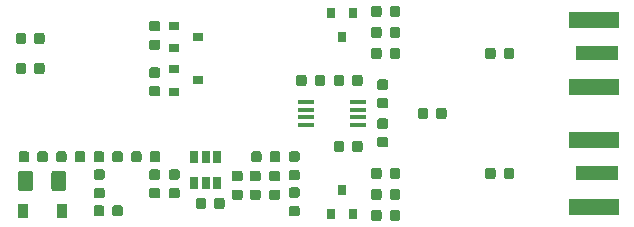
<source format=gbr>
G04 #@! TF.GenerationSoftware,KiCad,Pcbnew,5.1.4-e60b266~84~ubuntu18.04.1*
G04 #@! TF.CreationDate,2019-09-09T22:27:04+10:00*
G04 #@! TF.ProjectId,comparator,636f6d70-6172-4617-946f-722e6b696361,21/06/19*
G04 #@! TF.SameCoordinates,Original*
G04 #@! TF.FileFunction,Paste,Top*
G04 #@! TF.FilePolarity,Positive*
%FSLAX46Y46*%
G04 Gerber Fmt 4.6, Leading zero omitted, Abs format (unit mm)*
G04 Created by KiCad (PCBNEW 5.1.4-e60b266~84~ubuntu18.04.1) date 2019-09-09 22:27:04*
%MOMM*%
%LPD*%
G04 APERTURE LIST*
%ADD10C,0.100000*%
%ADD11C,0.875000*%
%ADD12R,0.900000X1.200000*%
%ADD13C,1.250000*%
%ADD14R,0.800000X0.900000*%
%ADD15R,1.450000X0.450000*%
%ADD16R,0.650000X1.060000*%
%ADD17R,0.900000X0.800000*%
%ADD18R,4.200000X1.350000*%
%ADD19R,3.600000X1.270000*%
G04 APERTURE END LIST*
D10*
G36*
X144156691Y-104936053D02*
G01*
X144177926Y-104939203D01*
X144198750Y-104944419D01*
X144218962Y-104951651D01*
X144238368Y-104960830D01*
X144256781Y-104971866D01*
X144274024Y-104984654D01*
X144289930Y-104999070D01*
X144304346Y-105014976D01*
X144317134Y-105032219D01*
X144328170Y-105050632D01*
X144337349Y-105070038D01*
X144344581Y-105090250D01*
X144349797Y-105111074D01*
X144352947Y-105132309D01*
X144354000Y-105153750D01*
X144354000Y-105666250D01*
X144352947Y-105687691D01*
X144349797Y-105708926D01*
X144344581Y-105729750D01*
X144337349Y-105749962D01*
X144328170Y-105769368D01*
X144317134Y-105787781D01*
X144304346Y-105805024D01*
X144289930Y-105820930D01*
X144274024Y-105835346D01*
X144256781Y-105848134D01*
X144238368Y-105859170D01*
X144218962Y-105868349D01*
X144198750Y-105875581D01*
X144177926Y-105880797D01*
X144156691Y-105883947D01*
X144135250Y-105885000D01*
X143697750Y-105885000D01*
X143676309Y-105883947D01*
X143655074Y-105880797D01*
X143634250Y-105875581D01*
X143614038Y-105868349D01*
X143594632Y-105859170D01*
X143576219Y-105848134D01*
X143558976Y-105835346D01*
X143543070Y-105820930D01*
X143528654Y-105805024D01*
X143515866Y-105787781D01*
X143504830Y-105769368D01*
X143495651Y-105749962D01*
X143488419Y-105729750D01*
X143483203Y-105708926D01*
X143480053Y-105687691D01*
X143479000Y-105666250D01*
X143479000Y-105153750D01*
X143480053Y-105132309D01*
X143483203Y-105111074D01*
X143488419Y-105090250D01*
X143495651Y-105070038D01*
X143504830Y-105050632D01*
X143515866Y-105032219D01*
X143528654Y-105014976D01*
X143543070Y-104999070D01*
X143558976Y-104984654D01*
X143576219Y-104971866D01*
X143594632Y-104960830D01*
X143614038Y-104951651D01*
X143634250Y-104944419D01*
X143655074Y-104939203D01*
X143676309Y-104936053D01*
X143697750Y-104935000D01*
X144135250Y-104935000D01*
X144156691Y-104936053D01*
X144156691Y-104936053D01*
G37*
D11*
X143916500Y-105410000D03*
D10*
G36*
X142581691Y-104936053D02*
G01*
X142602926Y-104939203D01*
X142623750Y-104944419D01*
X142643962Y-104951651D01*
X142663368Y-104960830D01*
X142681781Y-104971866D01*
X142699024Y-104984654D01*
X142714930Y-104999070D01*
X142729346Y-105014976D01*
X142742134Y-105032219D01*
X142753170Y-105050632D01*
X142762349Y-105070038D01*
X142769581Y-105090250D01*
X142774797Y-105111074D01*
X142777947Y-105132309D01*
X142779000Y-105153750D01*
X142779000Y-105666250D01*
X142777947Y-105687691D01*
X142774797Y-105708926D01*
X142769581Y-105729750D01*
X142762349Y-105749962D01*
X142753170Y-105769368D01*
X142742134Y-105787781D01*
X142729346Y-105805024D01*
X142714930Y-105820930D01*
X142699024Y-105835346D01*
X142681781Y-105848134D01*
X142663368Y-105859170D01*
X142643962Y-105868349D01*
X142623750Y-105875581D01*
X142602926Y-105880797D01*
X142581691Y-105883947D01*
X142560250Y-105885000D01*
X142122750Y-105885000D01*
X142101309Y-105883947D01*
X142080074Y-105880797D01*
X142059250Y-105875581D01*
X142039038Y-105868349D01*
X142019632Y-105859170D01*
X142001219Y-105848134D01*
X141983976Y-105835346D01*
X141968070Y-105820930D01*
X141953654Y-105805024D01*
X141940866Y-105787781D01*
X141929830Y-105769368D01*
X141920651Y-105749962D01*
X141913419Y-105729750D01*
X141908203Y-105708926D01*
X141905053Y-105687691D01*
X141904000Y-105666250D01*
X141904000Y-105153750D01*
X141905053Y-105132309D01*
X141908203Y-105111074D01*
X141913419Y-105090250D01*
X141920651Y-105070038D01*
X141929830Y-105050632D01*
X141940866Y-105032219D01*
X141953654Y-105014976D01*
X141968070Y-104999070D01*
X141983976Y-104984654D01*
X142001219Y-104971866D01*
X142019632Y-104960830D01*
X142039038Y-104951651D01*
X142059250Y-104944419D01*
X142080074Y-104939203D01*
X142101309Y-104936053D01*
X142122750Y-104935000D01*
X142560250Y-104935000D01*
X142581691Y-104936053D01*
X142581691Y-104936053D01*
G37*
D11*
X142341500Y-105410000D03*
D10*
G36*
X135520691Y-100999053D02*
G01*
X135541926Y-101002203D01*
X135562750Y-101007419D01*
X135582962Y-101014651D01*
X135602368Y-101023830D01*
X135620781Y-101034866D01*
X135638024Y-101047654D01*
X135653930Y-101062070D01*
X135668346Y-101077976D01*
X135681134Y-101095219D01*
X135692170Y-101113632D01*
X135701349Y-101133038D01*
X135708581Y-101153250D01*
X135713797Y-101174074D01*
X135716947Y-101195309D01*
X135718000Y-101216750D01*
X135718000Y-101729250D01*
X135716947Y-101750691D01*
X135713797Y-101771926D01*
X135708581Y-101792750D01*
X135701349Y-101812962D01*
X135692170Y-101832368D01*
X135681134Y-101850781D01*
X135668346Y-101868024D01*
X135653930Y-101883930D01*
X135638024Y-101898346D01*
X135620781Y-101911134D01*
X135602368Y-101922170D01*
X135582962Y-101931349D01*
X135562750Y-101938581D01*
X135541926Y-101943797D01*
X135520691Y-101946947D01*
X135499250Y-101948000D01*
X135061750Y-101948000D01*
X135040309Y-101946947D01*
X135019074Y-101943797D01*
X134998250Y-101938581D01*
X134978038Y-101931349D01*
X134958632Y-101922170D01*
X134940219Y-101911134D01*
X134922976Y-101898346D01*
X134907070Y-101883930D01*
X134892654Y-101868024D01*
X134879866Y-101850781D01*
X134868830Y-101832368D01*
X134859651Y-101812962D01*
X134852419Y-101792750D01*
X134847203Y-101771926D01*
X134844053Y-101750691D01*
X134843000Y-101729250D01*
X134843000Y-101216750D01*
X134844053Y-101195309D01*
X134847203Y-101174074D01*
X134852419Y-101153250D01*
X134859651Y-101133038D01*
X134868830Y-101113632D01*
X134879866Y-101095219D01*
X134892654Y-101077976D01*
X134907070Y-101062070D01*
X134922976Y-101047654D01*
X134940219Y-101034866D01*
X134958632Y-101023830D01*
X134978038Y-101014651D01*
X134998250Y-101007419D01*
X135019074Y-101002203D01*
X135040309Y-100999053D01*
X135061750Y-100998000D01*
X135499250Y-100998000D01*
X135520691Y-100999053D01*
X135520691Y-100999053D01*
G37*
D11*
X135280500Y-101473000D03*
D10*
G36*
X133945691Y-100999053D02*
G01*
X133966926Y-101002203D01*
X133987750Y-101007419D01*
X134007962Y-101014651D01*
X134027368Y-101023830D01*
X134045781Y-101034866D01*
X134063024Y-101047654D01*
X134078930Y-101062070D01*
X134093346Y-101077976D01*
X134106134Y-101095219D01*
X134117170Y-101113632D01*
X134126349Y-101133038D01*
X134133581Y-101153250D01*
X134138797Y-101174074D01*
X134141947Y-101195309D01*
X134143000Y-101216750D01*
X134143000Y-101729250D01*
X134141947Y-101750691D01*
X134138797Y-101771926D01*
X134133581Y-101792750D01*
X134126349Y-101812962D01*
X134117170Y-101832368D01*
X134106134Y-101850781D01*
X134093346Y-101868024D01*
X134078930Y-101883930D01*
X134063024Y-101898346D01*
X134045781Y-101911134D01*
X134027368Y-101922170D01*
X134007962Y-101931349D01*
X133987750Y-101938581D01*
X133966926Y-101943797D01*
X133945691Y-101946947D01*
X133924250Y-101948000D01*
X133486750Y-101948000D01*
X133465309Y-101946947D01*
X133444074Y-101943797D01*
X133423250Y-101938581D01*
X133403038Y-101931349D01*
X133383632Y-101922170D01*
X133365219Y-101911134D01*
X133347976Y-101898346D01*
X133332070Y-101883930D01*
X133317654Y-101868024D01*
X133304866Y-101850781D01*
X133293830Y-101832368D01*
X133284651Y-101812962D01*
X133277419Y-101792750D01*
X133272203Y-101771926D01*
X133269053Y-101750691D01*
X133268000Y-101729250D01*
X133268000Y-101216750D01*
X133269053Y-101195309D01*
X133272203Y-101174074D01*
X133277419Y-101153250D01*
X133284651Y-101133038D01*
X133293830Y-101113632D01*
X133304866Y-101095219D01*
X133317654Y-101077976D01*
X133332070Y-101062070D01*
X133347976Y-101047654D01*
X133365219Y-101034866D01*
X133383632Y-101023830D01*
X133403038Y-101014651D01*
X133423250Y-101007419D01*
X133444074Y-101002203D01*
X133465309Y-100999053D01*
X133486750Y-100998000D01*
X133924250Y-100998000D01*
X133945691Y-100999053D01*
X133945691Y-100999053D01*
G37*
D11*
X133705500Y-101473000D03*
D12*
X127255000Y-106045000D03*
X130555000Y-106045000D03*
D10*
G36*
X130704504Y-102631204D02*
G01*
X130728773Y-102634804D01*
X130752571Y-102640765D01*
X130775671Y-102649030D01*
X130797849Y-102659520D01*
X130818893Y-102672133D01*
X130838598Y-102686747D01*
X130856777Y-102703223D01*
X130873253Y-102721402D01*
X130887867Y-102741107D01*
X130900480Y-102762151D01*
X130910970Y-102784329D01*
X130919235Y-102807429D01*
X130925196Y-102831227D01*
X130928796Y-102855496D01*
X130930000Y-102880000D01*
X130930000Y-104130000D01*
X130928796Y-104154504D01*
X130925196Y-104178773D01*
X130919235Y-104202571D01*
X130910970Y-104225671D01*
X130900480Y-104247849D01*
X130887867Y-104268893D01*
X130873253Y-104288598D01*
X130856777Y-104306777D01*
X130838598Y-104323253D01*
X130818893Y-104337867D01*
X130797849Y-104350480D01*
X130775671Y-104360970D01*
X130752571Y-104369235D01*
X130728773Y-104375196D01*
X130704504Y-104378796D01*
X130680000Y-104380000D01*
X129930000Y-104380000D01*
X129905496Y-104378796D01*
X129881227Y-104375196D01*
X129857429Y-104369235D01*
X129834329Y-104360970D01*
X129812151Y-104350480D01*
X129791107Y-104337867D01*
X129771402Y-104323253D01*
X129753223Y-104306777D01*
X129736747Y-104288598D01*
X129722133Y-104268893D01*
X129709520Y-104247849D01*
X129699030Y-104225671D01*
X129690765Y-104202571D01*
X129684804Y-104178773D01*
X129681204Y-104154504D01*
X129680000Y-104130000D01*
X129680000Y-102880000D01*
X129681204Y-102855496D01*
X129684804Y-102831227D01*
X129690765Y-102807429D01*
X129699030Y-102784329D01*
X129709520Y-102762151D01*
X129722133Y-102741107D01*
X129736747Y-102721402D01*
X129753223Y-102703223D01*
X129771402Y-102686747D01*
X129791107Y-102672133D01*
X129812151Y-102659520D01*
X129834329Y-102649030D01*
X129857429Y-102640765D01*
X129881227Y-102634804D01*
X129905496Y-102631204D01*
X129930000Y-102630000D01*
X130680000Y-102630000D01*
X130704504Y-102631204D01*
X130704504Y-102631204D01*
G37*
D13*
X130305000Y-103505000D03*
D10*
G36*
X127904504Y-102631204D02*
G01*
X127928773Y-102634804D01*
X127952571Y-102640765D01*
X127975671Y-102649030D01*
X127997849Y-102659520D01*
X128018893Y-102672133D01*
X128038598Y-102686747D01*
X128056777Y-102703223D01*
X128073253Y-102721402D01*
X128087867Y-102741107D01*
X128100480Y-102762151D01*
X128110970Y-102784329D01*
X128119235Y-102807429D01*
X128125196Y-102831227D01*
X128128796Y-102855496D01*
X128130000Y-102880000D01*
X128130000Y-104130000D01*
X128128796Y-104154504D01*
X128125196Y-104178773D01*
X128119235Y-104202571D01*
X128110970Y-104225671D01*
X128100480Y-104247849D01*
X128087867Y-104268893D01*
X128073253Y-104288598D01*
X128056777Y-104306777D01*
X128038598Y-104323253D01*
X128018893Y-104337867D01*
X127997849Y-104350480D01*
X127975671Y-104360970D01*
X127952571Y-104369235D01*
X127928773Y-104375196D01*
X127904504Y-104378796D01*
X127880000Y-104380000D01*
X127130000Y-104380000D01*
X127105496Y-104378796D01*
X127081227Y-104375196D01*
X127057429Y-104369235D01*
X127034329Y-104360970D01*
X127012151Y-104350480D01*
X126991107Y-104337867D01*
X126971402Y-104323253D01*
X126953223Y-104306777D01*
X126936747Y-104288598D01*
X126922133Y-104268893D01*
X126909520Y-104247849D01*
X126899030Y-104225671D01*
X126890765Y-104202571D01*
X126884804Y-104178773D01*
X126881204Y-104154504D01*
X126880000Y-104130000D01*
X126880000Y-102880000D01*
X126881204Y-102855496D01*
X126884804Y-102831227D01*
X126890765Y-102807429D01*
X126899030Y-102784329D01*
X126909520Y-102762151D01*
X126922133Y-102741107D01*
X126936747Y-102721402D01*
X126953223Y-102703223D01*
X126971402Y-102686747D01*
X126991107Y-102672133D01*
X127012151Y-102659520D01*
X127034329Y-102649030D01*
X127057429Y-102640765D01*
X127081227Y-102634804D01*
X127105496Y-102631204D01*
X127130000Y-102630000D01*
X127880000Y-102630000D01*
X127904504Y-102631204D01*
X127904504Y-102631204D01*
G37*
D13*
X127505000Y-103505000D03*
D10*
G36*
X133945691Y-105571053D02*
G01*
X133966926Y-105574203D01*
X133987750Y-105579419D01*
X134007962Y-105586651D01*
X134027368Y-105595830D01*
X134045781Y-105606866D01*
X134063024Y-105619654D01*
X134078930Y-105634070D01*
X134093346Y-105649976D01*
X134106134Y-105667219D01*
X134117170Y-105685632D01*
X134126349Y-105705038D01*
X134133581Y-105725250D01*
X134138797Y-105746074D01*
X134141947Y-105767309D01*
X134143000Y-105788750D01*
X134143000Y-106301250D01*
X134141947Y-106322691D01*
X134138797Y-106343926D01*
X134133581Y-106364750D01*
X134126349Y-106384962D01*
X134117170Y-106404368D01*
X134106134Y-106422781D01*
X134093346Y-106440024D01*
X134078930Y-106455930D01*
X134063024Y-106470346D01*
X134045781Y-106483134D01*
X134027368Y-106494170D01*
X134007962Y-106503349D01*
X133987750Y-106510581D01*
X133966926Y-106515797D01*
X133945691Y-106518947D01*
X133924250Y-106520000D01*
X133486750Y-106520000D01*
X133465309Y-106518947D01*
X133444074Y-106515797D01*
X133423250Y-106510581D01*
X133403038Y-106503349D01*
X133383632Y-106494170D01*
X133365219Y-106483134D01*
X133347976Y-106470346D01*
X133332070Y-106455930D01*
X133317654Y-106440024D01*
X133304866Y-106422781D01*
X133293830Y-106404368D01*
X133284651Y-106384962D01*
X133277419Y-106364750D01*
X133272203Y-106343926D01*
X133269053Y-106322691D01*
X133268000Y-106301250D01*
X133268000Y-105788750D01*
X133269053Y-105767309D01*
X133272203Y-105746074D01*
X133277419Y-105725250D01*
X133284651Y-105705038D01*
X133293830Y-105685632D01*
X133304866Y-105667219D01*
X133317654Y-105649976D01*
X133332070Y-105634070D01*
X133347976Y-105619654D01*
X133365219Y-105606866D01*
X133383632Y-105595830D01*
X133403038Y-105586651D01*
X133423250Y-105579419D01*
X133444074Y-105574203D01*
X133465309Y-105571053D01*
X133486750Y-105570000D01*
X133924250Y-105570000D01*
X133945691Y-105571053D01*
X133945691Y-105571053D01*
G37*
D11*
X133705500Y-106045000D03*
D10*
G36*
X135520691Y-105571053D02*
G01*
X135541926Y-105574203D01*
X135562750Y-105579419D01*
X135582962Y-105586651D01*
X135602368Y-105595830D01*
X135620781Y-105606866D01*
X135638024Y-105619654D01*
X135653930Y-105634070D01*
X135668346Y-105649976D01*
X135681134Y-105667219D01*
X135692170Y-105685632D01*
X135701349Y-105705038D01*
X135708581Y-105725250D01*
X135713797Y-105746074D01*
X135716947Y-105767309D01*
X135718000Y-105788750D01*
X135718000Y-106301250D01*
X135716947Y-106322691D01*
X135713797Y-106343926D01*
X135708581Y-106364750D01*
X135701349Y-106384962D01*
X135692170Y-106404368D01*
X135681134Y-106422781D01*
X135668346Y-106440024D01*
X135653930Y-106455930D01*
X135638024Y-106470346D01*
X135620781Y-106483134D01*
X135602368Y-106494170D01*
X135582962Y-106503349D01*
X135562750Y-106510581D01*
X135541926Y-106515797D01*
X135520691Y-106518947D01*
X135499250Y-106520000D01*
X135061750Y-106520000D01*
X135040309Y-106518947D01*
X135019074Y-106515797D01*
X134998250Y-106510581D01*
X134978038Y-106503349D01*
X134958632Y-106494170D01*
X134940219Y-106483134D01*
X134922976Y-106470346D01*
X134907070Y-106455930D01*
X134892654Y-106440024D01*
X134879866Y-106422781D01*
X134868830Y-106404368D01*
X134859651Y-106384962D01*
X134852419Y-106364750D01*
X134847203Y-106343926D01*
X134844053Y-106322691D01*
X134843000Y-106301250D01*
X134843000Y-105788750D01*
X134844053Y-105767309D01*
X134847203Y-105746074D01*
X134852419Y-105725250D01*
X134859651Y-105705038D01*
X134868830Y-105685632D01*
X134879866Y-105667219D01*
X134892654Y-105649976D01*
X134907070Y-105634070D01*
X134922976Y-105619654D01*
X134940219Y-105606866D01*
X134958632Y-105595830D01*
X134978038Y-105586651D01*
X134998250Y-105579419D01*
X135019074Y-105574203D01*
X135040309Y-105571053D01*
X135061750Y-105570000D01*
X135499250Y-105570000D01*
X135520691Y-105571053D01*
X135520691Y-105571053D01*
G37*
D11*
X135280500Y-106045000D03*
D10*
G36*
X154265691Y-100110053D02*
G01*
X154286926Y-100113203D01*
X154307750Y-100118419D01*
X154327962Y-100125651D01*
X154347368Y-100134830D01*
X154365781Y-100145866D01*
X154383024Y-100158654D01*
X154398930Y-100173070D01*
X154413346Y-100188976D01*
X154426134Y-100206219D01*
X154437170Y-100224632D01*
X154446349Y-100244038D01*
X154453581Y-100264250D01*
X154458797Y-100285074D01*
X154461947Y-100306309D01*
X154463000Y-100327750D01*
X154463000Y-100840250D01*
X154461947Y-100861691D01*
X154458797Y-100882926D01*
X154453581Y-100903750D01*
X154446349Y-100923962D01*
X154437170Y-100943368D01*
X154426134Y-100961781D01*
X154413346Y-100979024D01*
X154398930Y-100994930D01*
X154383024Y-101009346D01*
X154365781Y-101022134D01*
X154347368Y-101033170D01*
X154327962Y-101042349D01*
X154307750Y-101049581D01*
X154286926Y-101054797D01*
X154265691Y-101057947D01*
X154244250Y-101059000D01*
X153806750Y-101059000D01*
X153785309Y-101057947D01*
X153764074Y-101054797D01*
X153743250Y-101049581D01*
X153723038Y-101042349D01*
X153703632Y-101033170D01*
X153685219Y-101022134D01*
X153667976Y-101009346D01*
X153652070Y-100994930D01*
X153637654Y-100979024D01*
X153624866Y-100961781D01*
X153613830Y-100943368D01*
X153604651Y-100923962D01*
X153597419Y-100903750D01*
X153592203Y-100882926D01*
X153589053Y-100861691D01*
X153588000Y-100840250D01*
X153588000Y-100327750D01*
X153589053Y-100306309D01*
X153592203Y-100285074D01*
X153597419Y-100264250D01*
X153604651Y-100244038D01*
X153613830Y-100224632D01*
X153624866Y-100206219D01*
X153637654Y-100188976D01*
X153652070Y-100173070D01*
X153667976Y-100158654D01*
X153685219Y-100145866D01*
X153703632Y-100134830D01*
X153723038Y-100125651D01*
X153743250Y-100118419D01*
X153764074Y-100113203D01*
X153785309Y-100110053D01*
X153806750Y-100109000D01*
X154244250Y-100109000D01*
X154265691Y-100110053D01*
X154265691Y-100110053D01*
G37*
D11*
X154025500Y-100584000D03*
D10*
G36*
X155840691Y-100110053D02*
G01*
X155861926Y-100113203D01*
X155882750Y-100118419D01*
X155902962Y-100125651D01*
X155922368Y-100134830D01*
X155940781Y-100145866D01*
X155958024Y-100158654D01*
X155973930Y-100173070D01*
X155988346Y-100188976D01*
X156001134Y-100206219D01*
X156012170Y-100224632D01*
X156021349Y-100244038D01*
X156028581Y-100264250D01*
X156033797Y-100285074D01*
X156036947Y-100306309D01*
X156038000Y-100327750D01*
X156038000Y-100840250D01*
X156036947Y-100861691D01*
X156033797Y-100882926D01*
X156028581Y-100903750D01*
X156021349Y-100923962D01*
X156012170Y-100943368D01*
X156001134Y-100961781D01*
X155988346Y-100979024D01*
X155973930Y-100994930D01*
X155958024Y-101009346D01*
X155940781Y-101022134D01*
X155922368Y-101033170D01*
X155902962Y-101042349D01*
X155882750Y-101049581D01*
X155861926Y-101054797D01*
X155840691Y-101057947D01*
X155819250Y-101059000D01*
X155381750Y-101059000D01*
X155360309Y-101057947D01*
X155339074Y-101054797D01*
X155318250Y-101049581D01*
X155298038Y-101042349D01*
X155278632Y-101033170D01*
X155260219Y-101022134D01*
X155242976Y-101009346D01*
X155227070Y-100994930D01*
X155212654Y-100979024D01*
X155199866Y-100961781D01*
X155188830Y-100943368D01*
X155179651Y-100923962D01*
X155172419Y-100903750D01*
X155167203Y-100882926D01*
X155164053Y-100861691D01*
X155163000Y-100840250D01*
X155163000Y-100327750D01*
X155164053Y-100306309D01*
X155167203Y-100285074D01*
X155172419Y-100264250D01*
X155179651Y-100244038D01*
X155188830Y-100224632D01*
X155199866Y-100206219D01*
X155212654Y-100188976D01*
X155227070Y-100173070D01*
X155242976Y-100158654D01*
X155260219Y-100145866D01*
X155278632Y-100134830D01*
X155298038Y-100125651D01*
X155318250Y-100118419D01*
X155339074Y-100113203D01*
X155360309Y-100110053D01*
X155381750Y-100109000D01*
X155819250Y-100109000D01*
X155840691Y-100110053D01*
X155840691Y-100110053D01*
G37*
D11*
X155600500Y-100584000D03*
D10*
G36*
X154265691Y-94522053D02*
G01*
X154286926Y-94525203D01*
X154307750Y-94530419D01*
X154327962Y-94537651D01*
X154347368Y-94546830D01*
X154365781Y-94557866D01*
X154383024Y-94570654D01*
X154398930Y-94585070D01*
X154413346Y-94600976D01*
X154426134Y-94618219D01*
X154437170Y-94636632D01*
X154446349Y-94656038D01*
X154453581Y-94676250D01*
X154458797Y-94697074D01*
X154461947Y-94718309D01*
X154463000Y-94739750D01*
X154463000Y-95252250D01*
X154461947Y-95273691D01*
X154458797Y-95294926D01*
X154453581Y-95315750D01*
X154446349Y-95335962D01*
X154437170Y-95355368D01*
X154426134Y-95373781D01*
X154413346Y-95391024D01*
X154398930Y-95406930D01*
X154383024Y-95421346D01*
X154365781Y-95434134D01*
X154347368Y-95445170D01*
X154327962Y-95454349D01*
X154307750Y-95461581D01*
X154286926Y-95466797D01*
X154265691Y-95469947D01*
X154244250Y-95471000D01*
X153806750Y-95471000D01*
X153785309Y-95469947D01*
X153764074Y-95466797D01*
X153743250Y-95461581D01*
X153723038Y-95454349D01*
X153703632Y-95445170D01*
X153685219Y-95434134D01*
X153667976Y-95421346D01*
X153652070Y-95406930D01*
X153637654Y-95391024D01*
X153624866Y-95373781D01*
X153613830Y-95355368D01*
X153604651Y-95335962D01*
X153597419Y-95315750D01*
X153592203Y-95294926D01*
X153589053Y-95273691D01*
X153588000Y-95252250D01*
X153588000Y-94739750D01*
X153589053Y-94718309D01*
X153592203Y-94697074D01*
X153597419Y-94676250D01*
X153604651Y-94656038D01*
X153613830Y-94636632D01*
X153624866Y-94618219D01*
X153637654Y-94600976D01*
X153652070Y-94585070D01*
X153667976Y-94570654D01*
X153685219Y-94557866D01*
X153703632Y-94546830D01*
X153723038Y-94537651D01*
X153743250Y-94530419D01*
X153764074Y-94525203D01*
X153785309Y-94522053D01*
X153806750Y-94521000D01*
X154244250Y-94521000D01*
X154265691Y-94522053D01*
X154265691Y-94522053D01*
G37*
D11*
X154025500Y-94996000D03*
D10*
G36*
X155840691Y-94522053D02*
G01*
X155861926Y-94525203D01*
X155882750Y-94530419D01*
X155902962Y-94537651D01*
X155922368Y-94546830D01*
X155940781Y-94557866D01*
X155958024Y-94570654D01*
X155973930Y-94585070D01*
X155988346Y-94600976D01*
X156001134Y-94618219D01*
X156012170Y-94636632D01*
X156021349Y-94656038D01*
X156028581Y-94676250D01*
X156033797Y-94697074D01*
X156036947Y-94718309D01*
X156038000Y-94739750D01*
X156038000Y-95252250D01*
X156036947Y-95273691D01*
X156033797Y-95294926D01*
X156028581Y-95315750D01*
X156021349Y-95335962D01*
X156012170Y-95355368D01*
X156001134Y-95373781D01*
X155988346Y-95391024D01*
X155973930Y-95406930D01*
X155958024Y-95421346D01*
X155940781Y-95434134D01*
X155922368Y-95445170D01*
X155902962Y-95454349D01*
X155882750Y-95461581D01*
X155861926Y-95466797D01*
X155840691Y-95469947D01*
X155819250Y-95471000D01*
X155381750Y-95471000D01*
X155360309Y-95469947D01*
X155339074Y-95466797D01*
X155318250Y-95461581D01*
X155298038Y-95454349D01*
X155278632Y-95445170D01*
X155260219Y-95434134D01*
X155242976Y-95421346D01*
X155227070Y-95406930D01*
X155212654Y-95391024D01*
X155199866Y-95373781D01*
X155188830Y-95355368D01*
X155179651Y-95335962D01*
X155172419Y-95315750D01*
X155167203Y-95294926D01*
X155164053Y-95273691D01*
X155163000Y-95252250D01*
X155163000Y-94739750D01*
X155164053Y-94718309D01*
X155167203Y-94697074D01*
X155172419Y-94676250D01*
X155179651Y-94656038D01*
X155188830Y-94636632D01*
X155199866Y-94618219D01*
X155212654Y-94600976D01*
X155227070Y-94585070D01*
X155242976Y-94570654D01*
X155260219Y-94557866D01*
X155278632Y-94546830D01*
X155298038Y-94537651D01*
X155318250Y-94530419D01*
X155339074Y-94525203D01*
X155360309Y-94522053D01*
X155381750Y-94521000D01*
X155819250Y-94521000D01*
X155840691Y-94522053D01*
X155840691Y-94522053D01*
G37*
D11*
X155600500Y-94996000D03*
D10*
G36*
X140358691Y-102535053D02*
G01*
X140379926Y-102538203D01*
X140400750Y-102543419D01*
X140420962Y-102550651D01*
X140440368Y-102559830D01*
X140458781Y-102570866D01*
X140476024Y-102583654D01*
X140491930Y-102598070D01*
X140506346Y-102613976D01*
X140519134Y-102631219D01*
X140530170Y-102649632D01*
X140539349Y-102669038D01*
X140546581Y-102689250D01*
X140551797Y-102710074D01*
X140554947Y-102731309D01*
X140556000Y-102752750D01*
X140556000Y-103190250D01*
X140554947Y-103211691D01*
X140551797Y-103232926D01*
X140546581Y-103253750D01*
X140539349Y-103273962D01*
X140530170Y-103293368D01*
X140519134Y-103311781D01*
X140506346Y-103329024D01*
X140491930Y-103344930D01*
X140476024Y-103359346D01*
X140458781Y-103372134D01*
X140440368Y-103383170D01*
X140420962Y-103392349D01*
X140400750Y-103399581D01*
X140379926Y-103404797D01*
X140358691Y-103407947D01*
X140337250Y-103409000D01*
X139824750Y-103409000D01*
X139803309Y-103407947D01*
X139782074Y-103404797D01*
X139761250Y-103399581D01*
X139741038Y-103392349D01*
X139721632Y-103383170D01*
X139703219Y-103372134D01*
X139685976Y-103359346D01*
X139670070Y-103344930D01*
X139655654Y-103329024D01*
X139642866Y-103311781D01*
X139631830Y-103293368D01*
X139622651Y-103273962D01*
X139615419Y-103253750D01*
X139610203Y-103232926D01*
X139607053Y-103211691D01*
X139606000Y-103190250D01*
X139606000Y-102752750D01*
X139607053Y-102731309D01*
X139610203Y-102710074D01*
X139615419Y-102689250D01*
X139622651Y-102669038D01*
X139631830Y-102649632D01*
X139642866Y-102631219D01*
X139655654Y-102613976D01*
X139670070Y-102598070D01*
X139685976Y-102583654D01*
X139703219Y-102570866D01*
X139721632Y-102559830D01*
X139741038Y-102550651D01*
X139761250Y-102543419D01*
X139782074Y-102538203D01*
X139803309Y-102535053D01*
X139824750Y-102534000D01*
X140337250Y-102534000D01*
X140358691Y-102535053D01*
X140358691Y-102535053D01*
G37*
D11*
X140081000Y-102971500D03*
D10*
G36*
X140358691Y-104110053D02*
G01*
X140379926Y-104113203D01*
X140400750Y-104118419D01*
X140420962Y-104125651D01*
X140440368Y-104134830D01*
X140458781Y-104145866D01*
X140476024Y-104158654D01*
X140491930Y-104173070D01*
X140506346Y-104188976D01*
X140519134Y-104206219D01*
X140530170Y-104224632D01*
X140539349Y-104244038D01*
X140546581Y-104264250D01*
X140551797Y-104285074D01*
X140554947Y-104306309D01*
X140556000Y-104327750D01*
X140556000Y-104765250D01*
X140554947Y-104786691D01*
X140551797Y-104807926D01*
X140546581Y-104828750D01*
X140539349Y-104848962D01*
X140530170Y-104868368D01*
X140519134Y-104886781D01*
X140506346Y-104904024D01*
X140491930Y-104919930D01*
X140476024Y-104934346D01*
X140458781Y-104947134D01*
X140440368Y-104958170D01*
X140420962Y-104967349D01*
X140400750Y-104974581D01*
X140379926Y-104979797D01*
X140358691Y-104982947D01*
X140337250Y-104984000D01*
X139824750Y-104984000D01*
X139803309Y-104982947D01*
X139782074Y-104979797D01*
X139761250Y-104974581D01*
X139741038Y-104967349D01*
X139721632Y-104958170D01*
X139703219Y-104947134D01*
X139685976Y-104934346D01*
X139670070Y-104919930D01*
X139655654Y-104904024D01*
X139642866Y-104886781D01*
X139631830Y-104868368D01*
X139622651Y-104848962D01*
X139615419Y-104828750D01*
X139610203Y-104807926D01*
X139607053Y-104786691D01*
X139606000Y-104765250D01*
X139606000Y-104327750D01*
X139607053Y-104306309D01*
X139610203Y-104285074D01*
X139615419Y-104264250D01*
X139622651Y-104244038D01*
X139631830Y-104224632D01*
X139642866Y-104206219D01*
X139655654Y-104188976D01*
X139670070Y-104173070D01*
X139685976Y-104158654D01*
X139703219Y-104145866D01*
X139721632Y-104134830D01*
X139741038Y-104125651D01*
X139761250Y-104118419D01*
X139782074Y-104113203D01*
X139803309Y-104110053D01*
X139824750Y-104109000D01*
X140337250Y-104109000D01*
X140358691Y-104110053D01*
X140358691Y-104110053D01*
G37*
D11*
X140081000Y-104546500D03*
D10*
G36*
X127595691Y-100999053D02*
G01*
X127616926Y-101002203D01*
X127637750Y-101007419D01*
X127657962Y-101014651D01*
X127677368Y-101023830D01*
X127695781Y-101034866D01*
X127713024Y-101047654D01*
X127728930Y-101062070D01*
X127743346Y-101077976D01*
X127756134Y-101095219D01*
X127767170Y-101113632D01*
X127776349Y-101133038D01*
X127783581Y-101153250D01*
X127788797Y-101174074D01*
X127791947Y-101195309D01*
X127793000Y-101216750D01*
X127793000Y-101729250D01*
X127791947Y-101750691D01*
X127788797Y-101771926D01*
X127783581Y-101792750D01*
X127776349Y-101812962D01*
X127767170Y-101832368D01*
X127756134Y-101850781D01*
X127743346Y-101868024D01*
X127728930Y-101883930D01*
X127713024Y-101898346D01*
X127695781Y-101911134D01*
X127677368Y-101922170D01*
X127657962Y-101931349D01*
X127637750Y-101938581D01*
X127616926Y-101943797D01*
X127595691Y-101946947D01*
X127574250Y-101948000D01*
X127136750Y-101948000D01*
X127115309Y-101946947D01*
X127094074Y-101943797D01*
X127073250Y-101938581D01*
X127053038Y-101931349D01*
X127033632Y-101922170D01*
X127015219Y-101911134D01*
X126997976Y-101898346D01*
X126982070Y-101883930D01*
X126967654Y-101868024D01*
X126954866Y-101850781D01*
X126943830Y-101832368D01*
X126934651Y-101812962D01*
X126927419Y-101792750D01*
X126922203Y-101771926D01*
X126919053Y-101750691D01*
X126918000Y-101729250D01*
X126918000Y-101216750D01*
X126919053Y-101195309D01*
X126922203Y-101174074D01*
X126927419Y-101153250D01*
X126934651Y-101133038D01*
X126943830Y-101113632D01*
X126954866Y-101095219D01*
X126967654Y-101077976D01*
X126982070Y-101062070D01*
X126997976Y-101047654D01*
X127015219Y-101034866D01*
X127033632Y-101023830D01*
X127053038Y-101014651D01*
X127073250Y-101007419D01*
X127094074Y-101002203D01*
X127115309Y-100999053D01*
X127136750Y-100998000D01*
X127574250Y-100998000D01*
X127595691Y-100999053D01*
X127595691Y-100999053D01*
G37*
D11*
X127355500Y-101473000D03*
D10*
G36*
X129170691Y-100999053D02*
G01*
X129191926Y-101002203D01*
X129212750Y-101007419D01*
X129232962Y-101014651D01*
X129252368Y-101023830D01*
X129270781Y-101034866D01*
X129288024Y-101047654D01*
X129303930Y-101062070D01*
X129318346Y-101077976D01*
X129331134Y-101095219D01*
X129342170Y-101113632D01*
X129351349Y-101133038D01*
X129358581Y-101153250D01*
X129363797Y-101174074D01*
X129366947Y-101195309D01*
X129368000Y-101216750D01*
X129368000Y-101729250D01*
X129366947Y-101750691D01*
X129363797Y-101771926D01*
X129358581Y-101792750D01*
X129351349Y-101812962D01*
X129342170Y-101832368D01*
X129331134Y-101850781D01*
X129318346Y-101868024D01*
X129303930Y-101883930D01*
X129288024Y-101898346D01*
X129270781Y-101911134D01*
X129252368Y-101922170D01*
X129232962Y-101931349D01*
X129212750Y-101938581D01*
X129191926Y-101943797D01*
X129170691Y-101946947D01*
X129149250Y-101948000D01*
X128711750Y-101948000D01*
X128690309Y-101946947D01*
X128669074Y-101943797D01*
X128648250Y-101938581D01*
X128628038Y-101931349D01*
X128608632Y-101922170D01*
X128590219Y-101911134D01*
X128572976Y-101898346D01*
X128557070Y-101883930D01*
X128542654Y-101868024D01*
X128529866Y-101850781D01*
X128518830Y-101832368D01*
X128509651Y-101812962D01*
X128502419Y-101792750D01*
X128497203Y-101771926D01*
X128494053Y-101750691D01*
X128493000Y-101729250D01*
X128493000Y-101216750D01*
X128494053Y-101195309D01*
X128497203Y-101174074D01*
X128502419Y-101153250D01*
X128509651Y-101133038D01*
X128518830Y-101113632D01*
X128529866Y-101095219D01*
X128542654Y-101077976D01*
X128557070Y-101062070D01*
X128572976Y-101047654D01*
X128590219Y-101034866D01*
X128608632Y-101023830D01*
X128628038Y-101014651D01*
X128648250Y-101007419D01*
X128669074Y-101002203D01*
X128690309Y-100999053D01*
X128711750Y-100998000D01*
X129149250Y-100998000D01*
X129170691Y-100999053D01*
X129170691Y-100999053D01*
G37*
D11*
X128930500Y-101473000D03*
D10*
G36*
X134008691Y-102535053D02*
G01*
X134029926Y-102538203D01*
X134050750Y-102543419D01*
X134070962Y-102550651D01*
X134090368Y-102559830D01*
X134108781Y-102570866D01*
X134126024Y-102583654D01*
X134141930Y-102598070D01*
X134156346Y-102613976D01*
X134169134Y-102631219D01*
X134180170Y-102649632D01*
X134189349Y-102669038D01*
X134196581Y-102689250D01*
X134201797Y-102710074D01*
X134204947Y-102731309D01*
X134206000Y-102752750D01*
X134206000Y-103190250D01*
X134204947Y-103211691D01*
X134201797Y-103232926D01*
X134196581Y-103253750D01*
X134189349Y-103273962D01*
X134180170Y-103293368D01*
X134169134Y-103311781D01*
X134156346Y-103329024D01*
X134141930Y-103344930D01*
X134126024Y-103359346D01*
X134108781Y-103372134D01*
X134090368Y-103383170D01*
X134070962Y-103392349D01*
X134050750Y-103399581D01*
X134029926Y-103404797D01*
X134008691Y-103407947D01*
X133987250Y-103409000D01*
X133474750Y-103409000D01*
X133453309Y-103407947D01*
X133432074Y-103404797D01*
X133411250Y-103399581D01*
X133391038Y-103392349D01*
X133371632Y-103383170D01*
X133353219Y-103372134D01*
X133335976Y-103359346D01*
X133320070Y-103344930D01*
X133305654Y-103329024D01*
X133292866Y-103311781D01*
X133281830Y-103293368D01*
X133272651Y-103273962D01*
X133265419Y-103253750D01*
X133260203Y-103232926D01*
X133257053Y-103211691D01*
X133256000Y-103190250D01*
X133256000Y-102752750D01*
X133257053Y-102731309D01*
X133260203Y-102710074D01*
X133265419Y-102689250D01*
X133272651Y-102669038D01*
X133281830Y-102649632D01*
X133292866Y-102631219D01*
X133305654Y-102613976D01*
X133320070Y-102598070D01*
X133335976Y-102583654D01*
X133353219Y-102570866D01*
X133371632Y-102559830D01*
X133391038Y-102550651D01*
X133411250Y-102543419D01*
X133432074Y-102538203D01*
X133453309Y-102535053D01*
X133474750Y-102534000D01*
X133987250Y-102534000D01*
X134008691Y-102535053D01*
X134008691Y-102535053D01*
G37*
D11*
X133731000Y-102971500D03*
D10*
G36*
X134008691Y-104110053D02*
G01*
X134029926Y-104113203D01*
X134050750Y-104118419D01*
X134070962Y-104125651D01*
X134090368Y-104134830D01*
X134108781Y-104145866D01*
X134126024Y-104158654D01*
X134141930Y-104173070D01*
X134156346Y-104188976D01*
X134169134Y-104206219D01*
X134180170Y-104224632D01*
X134189349Y-104244038D01*
X134196581Y-104264250D01*
X134201797Y-104285074D01*
X134204947Y-104306309D01*
X134206000Y-104327750D01*
X134206000Y-104765250D01*
X134204947Y-104786691D01*
X134201797Y-104807926D01*
X134196581Y-104828750D01*
X134189349Y-104848962D01*
X134180170Y-104868368D01*
X134169134Y-104886781D01*
X134156346Y-104904024D01*
X134141930Y-104919930D01*
X134126024Y-104934346D01*
X134108781Y-104947134D01*
X134090368Y-104958170D01*
X134070962Y-104967349D01*
X134050750Y-104974581D01*
X134029926Y-104979797D01*
X134008691Y-104982947D01*
X133987250Y-104984000D01*
X133474750Y-104984000D01*
X133453309Y-104982947D01*
X133432074Y-104979797D01*
X133411250Y-104974581D01*
X133391038Y-104967349D01*
X133371632Y-104958170D01*
X133353219Y-104947134D01*
X133335976Y-104934346D01*
X133320070Y-104919930D01*
X133305654Y-104904024D01*
X133292866Y-104886781D01*
X133281830Y-104868368D01*
X133272651Y-104848962D01*
X133265419Y-104828750D01*
X133260203Y-104807926D01*
X133257053Y-104786691D01*
X133256000Y-104765250D01*
X133256000Y-104327750D01*
X133257053Y-104306309D01*
X133260203Y-104285074D01*
X133265419Y-104264250D01*
X133272651Y-104244038D01*
X133281830Y-104224632D01*
X133292866Y-104206219D01*
X133305654Y-104188976D01*
X133320070Y-104173070D01*
X133335976Y-104158654D01*
X133353219Y-104145866D01*
X133371632Y-104134830D01*
X133391038Y-104125651D01*
X133411250Y-104118419D01*
X133432074Y-104113203D01*
X133453309Y-104110053D01*
X133474750Y-104109000D01*
X133987250Y-104109000D01*
X134008691Y-104110053D01*
X134008691Y-104110053D01*
G37*
D11*
X133731000Y-104546500D03*
D10*
G36*
X130770691Y-100999053D02*
G01*
X130791926Y-101002203D01*
X130812750Y-101007419D01*
X130832962Y-101014651D01*
X130852368Y-101023830D01*
X130870781Y-101034866D01*
X130888024Y-101047654D01*
X130903930Y-101062070D01*
X130918346Y-101077976D01*
X130931134Y-101095219D01*
X130942170Y-101113632D01*
X130951349Y-101133038D01*
X130958581Y-101153250D01*
X130963797Y-101174074D01*
X130966947Y-101195309D01*
X130968000Y-101216750D01*
X130968000Y-101729250D01*
X130966947Y-101750691D01*
X130963797Y-101771926D01*
X130958581Y-101792750D01*
X130951349Y-101812962D01*
X130942170Y-101832368D01*
X130931134Y-101850781D01*
X130918346Y-101868024D01*
X130903930Y-101883930D01*
X130888024Y-101898346D01*
X130870781Y-101911134D01*
X130852368Y-101922170D01*
X130832962Y-101931349D01*
X130812750Y-101938581D01*
X130791926Y-101943797D01*
X130770691Y-101946947D01*
X130749250Y-101948000D01*
X130311750Y-101948000D01*
X130290309Y-101946947D01*
X130269074Y-101943797D01*
X130248250Y-101938581D01*
X130228038Y-101931349D01*
X130208632Y-101922170D01*
X130190219Y-101911134D01*
X130172976Y-101898346D01*
X130157070Y-101883930D01*
X130142654Y-101868024D01*
X130129866Y-101850781D01*
X130118830Y-101832368D01*
X130109651Y-101812962D01*
X130102419Y-101792750D01*
X130097203Y-101771926D01*
X130094053Y-101750691D01*
X130093000Y-101729250D01*
X130093000Y-101216750D01*
X130094053Y-101195309D01*
X130097203Y-101174074D01*
X130102419Y-101153250D01*
X130109651Y-101133038D01*
X130118830Y-101113632D01*
X130129866Y-101095219D01*
X130142654Y-101077976D01*
X130157070Y-101062070D01*
X130172976Y-101047654D01*
X130190219Y-101034866D01*
X130208632Y-101023830D01*
X130228038Y-101014651D01*
X130248250Y-101007419D01*
X130269074Y-101002203D01*
X130290309Y-100999053D01*
X130311750Y-100998000D01*
X130749250Y-100998000D01*
X130770691Y-100999053D01*
X130770691Y-100999053D01*
G37*
D11*
X130530500Y-101473000D03*
D10*
G36*
X132345691Y-100999053D02*
G01*
X132366926Y-101002203D01*
X132387750Y-101007419D01*
X132407962Y-101014651D01*
X132427368Y-101023830D01*
X132445781Y-101034866D01*
X132463024Y-101047654D01*
X132478930Y-101062070D01*
X132493346Y-101077976D01*
X132506134Y-101095219D01*
X132517170Y-101113632D01*
X132526349Y-101133038D01*
X132533581Y-101153250D01*
X132538797Y-101174074D01*
X132541947Y-101195309D01*
X132543000Y-101216750D01*
X132543000Y-101729250D01*
X132541947Y-101750691D01*
X132538797Y-101771926D01*
X132533581Y-101792750D01*
X132526349Y-101812962D01*
X132517170Y-101832368D01*
X132506134Y-101850781D01*
X132493346Y-101868024D01*
X132478930Y-101883930D01*
X132463024Y-101898346D01*
X132445781Y-101911134D01*
X132427368Y-101922170D01*
X132407962Y-101931349D01*
X132387750Y-101938581D01*
X132366926Y-101943797D01*
X132345691Y-101946947D01*
X132324250Y-101948000D01*
X131886750Y-101948000D01*
X131865309Y-101946947D01*
X131844074Y-101943797D01*
X131823250Y-101938581D01*
X131803038Y-101931349D01*
X131783632Y-101922170D01*
X131765219Y-101911134D01*
X131747976Y-101898346D01*
X131732070Y-101883930D01*
X131717654Y-101868024D01*
X131704866Y-101850781D01*
X131693830Y-101832368D01*
X131684651Y-101812962D01*
X131677419Y-101792750D01*
X131672203Y-101771926D01*
X131669053Y-101750691D01*
X131668000Y-101729250D01*
X131668000Y-101216750D01*
X131669053Y-101195309D01*
X131672203Y-101174074D01*
X131677419Y-101153250D01*
X131684651Y-101133038D01*
X131693830Y-101113632D01*
X131704866Y-101095219D01*
X131717654Y-101077976D01*
X131732070Y-101062070D01*
X131747976Y-101047654D01*
X131765219Y-101034866D01*
X131783632Y-101023830D01*
X131803038Y-101014651D01*
X131823250Y-101007419D01*
X131844074Y-101002203D01*
X131865309Y-100999053D01*
X131886750Y-100998000D01*
X132324250Y-100998000D01*
X132345691Y-100999053D01*
X132345691Y-100999053D01*
G37*
D11*
X132105500Y-101473000D03*
D10*
G36*
X157440691Y-104174053D02*
G01*
X157461926Y-104177203D01*
X157482750Y-104182419D01*
X157502962Y-104189651D01*
X157522368Y-104198830D01*
X157540781Y-104209866D01*
X157558024Y-104222654D01*
X157573930Y-104237070D01*
X157588346Y-104252976D01*
X157601134Y-104270219D01*
X157612170Y-104288632D01*
X157621349Y-104308038D01*
X157628581Y-104328250D01*
X157633797Y-104349074D01*
X157636947Y-104370309D01*
X157638000Y-104391750D01*
X157638000Y-104904250D01*
X157636947Y-104925691D01*
X157633797Y-104946926D01*
X157628581Y-104967750D01*
X157621349Y-104987962D01*
X157612170Y-105007368D01*
X157601134Y-105025781D01*
X157588346Y-105043024D01*
X157573930Y-105058930D01*
X157558024Y-105073346D01*
X157540781Y-105086134D01*
X157522368Y-105097170D01*
X157502962Y-105106349D01*
X157482750Y-105113581D01*
X157461926Y-105118797D01*
X157440691Y-105121947D01*
X157419250Y-105123000D01*
X156981750Y-105123000D01*
X156960309Y-105121947D01*
X156939074Y-105118797D01*
X156918250Y-105113581D01*
X156898038Y-105106349D01*
X156878632Y-105097170D01*
X156860219Y-105086134D01*
X156842976Y-105073346D01*
X156827070Y-105058930D01*
X156812654Y-105043024D01*
X156799866Y-105025781D01*
X156788830Y-105007368D01*
X156779651Y-104987962D01*
X156772419Y-104967750D01*
X156767203Y-104946926D01*
X156764053Y-104925691D01*
X156763000Y-104904250D01*
X156763000Y-104391750D01*
X156764053Y-104370309D01*
X156767203Y-104349074D01*
X156772419Y-104328250D01*
X156779651Y-104308038D01*
X156788830Y-104288632D01*
X156799866Y-104270219D01*
X156812654Y-104252976D01*
X156827070Y-104237070D01*
X156842976Y-104222654D01*
X156860219Y-104209866D01*
X156878632Y-104198830D01*
X156898038Y-104189651D01*
X156918250Y-104182419D01*
X156939074Y-104177203D01*
X156960309Y-104174053D01*
X156981750Y-104173000D01*
X157419250Y-104173000D01*
X157440691Y-104174053D01*
X157440691Y-104174053D01*
G37*
D11*
X157200500Y-104648000D03*
D10*
G36*
X159015691Y-104174053D02*
G01*
X159036926Y-104177203D01*
X159057750Y-104182419D01*
X159077962Y-104189651D01*
X159097368Y-104198830D01*
X159115781Y-104209866D01*
X159133024Y-104222654D01*
X159148930Y-104237070D01*
X159163346Y-104252976D01*
X159176134Y-104270219D01*
X159187170Y-104288632D01*
X159196349Y-104308038D01*
X159203581Y-104328250D01*
X159208797Y-104349074D01*
X159211947Y-104370309D01*
X159213000Y-104391750D01*
X159213000Y-104904250D01*
X159211947Y-104925691D01*
X159208797Y-104946926D01*
X159203581Y-104967750D01*
X159196349Y-104987962D01*
X159187170Y-105007368D01*
X159176134Y-105025781D01*
X159163346Y-105043024D01*
X159148930Y-105058930D01*
X159133024Y-105073346D01*
X159115781Y-105086134D01*
X159097368Y-105097170D01*
X159077962Y-105106349D01*
X159057750Y-105113581D01*
X159036926Y-105118797D01*
X159015691Y-105121947D01*
X158994250Y-105123000D01*
X158556750Y-105123000D01*
X158535309Y-105121947D01*
X158514074Y-105118797D01*
X158493250Y-105113581D01*
X158473038Y-105106349D01*
X158453632Y-105097170D01*
X158435219Y-105086134D01*
X158417976Y-105073346D01*
X158402070Y-105058930D01*
X158387654Y-105043024D01*
X158374866Y-105025781D01*
X158363830Y-105007368D01*
X158354651Y-104987962D01*
X158347419Y-104967750D01*
X158342203Y-104946926D01*
X158339053Y-104925691D01*
X158338000Y-104904250D01*
X158338000Y-104391750D01*
X158339053Y-104370309D01*
X158342203Y-104349074D01*
X158347419Y-104328250D01*
X158354651Y-104308038D01*
X158363830Y-104288632D01*
X158374866Y-104270219D01*
X158387654Y-104252976D01*
X158402070Y-104237070D01*
X158417976Y-104222654D01*
X158435219Y-104209866D01*
X158453632Y-104198830D01*
X158473038Y-104189651D01*
X158493250Y-104182419D01*
X158514074Y-104177203D01*
X158535309Y-104174053D01*
X158556750Y-104173000D01*
X158994250Y-104173000D01*
X159015691Y-104174053D01*
X159015691Y-104174053D01*
G37*
D11*
X158775500Y-104648000D03*
D10*
G36*
X157440691Y-102396053D02*
G01*
X157461926Y-102399203D01*
X157482750Y-102404419D01*
X157502962Y-102411651D01*
X157522368Y-102420830D01*
X157540781Y-102431866D01*
X157558024Y-102444654D01*
X157573930Y-102459070D01*
X157588346Y-102474976D01*
X157601134Y-102492219D01*
X157612170Y-102510632D01*
X157621349Y-102530038D01*
X157628581Y-102550250D01*
X157633797Y-102571074D01*
X157636947Y-102592309D01*
X157638000Y-102613750D01*
X157638000Y-103126250D01*
X157636947Y-103147691D01*
X157633797Y-103168926D01*
X157628581Y-103189750D01*
X157621349Y-103209962D01*
X157612170Y-103229368D01*
X157601134Y-103247781D01*
X157588346Y-103265024D01*
X157573930Y-103280930D01*
X157558024Y-103295346D01*
X157540781Y-103308134D01*
X157522368Y-103319170D01*
X157502962Y-103328349D01*
X157482750Y-103335581D01*
X157461926Y-103340797D01*
X157440691Y-103343947D01*
X157419250Y-103345000D01*
X156981750Y-103345000D01*
X156960309Y-103343947D01*
X156939074Y-103340797D01*
X156918250Y-103335581D01*
X156898038Y-103328349D01*
X156878632Y-103319170D01*
X156860219Y-103308134D01*
X156842976Y-103295346D01*
X156827070Y-103280930D01*
X156812654Y-103265024D01*
X156799866Y-103247781D01*
X156788830Y-103229368D01*
X156779651Y-103209962D01*
X156772419Y-103189750D01*
X156767203Y-103168926D01*
X156764053Y-103147691D01*
X156763000Y-103126250D01*
X156763000Y-102613750D01*
X156764053Y-102592309D01*
X156767203Y-102571074D01*
X156772419Y-102550250D01*
X156779651Y-102530038D01*
X156788830Y-102510632D01*
X156799866Y-102492219D01*
X156812654Y-102474976D01*
X156827070Y-102459070D01*
X156842976Y-102444654D01*
X156860219Y-102431866D01*
X156878632Y-102420830D01*
X156898038Y-102411651D01*
X156918250Y-102404419D01*
X156939074Y-102399203D01*
X156960309Y-102396053D01*
X156981750Y-102395000D01*
X157419250Y-102395000D01*
X157440691Y-102396053D01*
X157440691Y-102396053D01*
G37*
D11*
X157200500Y-102870000D03*
D10*
G36*
X159015691Y-102396053D02*
G01*
X159036926Y-102399203D01*
X159057750Y-102404419D01*
X159077962Y-102411651D01*
X159097368Y-102420830D01*
X159115781Y-102431866D01*
X159133024Y-102444654D01*
X159148930Y-102459070D01*
X159163346Y-102474976D01*
X159176134Y-102492219D01*
X159187170Y-102510632D01*
X159196349Y-102530038D01*
X159203581Y-102550250D01*
X159208797Y-102571074D01*
X159211947Y-102592309D01*
X159213000Y-102613750D01*
X159213000Y-103126250D01*
X159211947Y-103147691D01*
X159208797Y-103168926D01*
X159203581Y-103189750D01*
X159196349Y-103209962D01*
X159187170Y-103229368D01*
X159176134Y-103247781D01*
X159163346Y-103265024D01*
X159148930Y-103280930D01*
X159133024Y-103295346D01*
X159115781Y-103308134D01*
X159097368Y-103319170D01*
X159077962Y-103328349D01*
X159057750Y-103335581D01*
X159036926Y-103340797D01*
X159015691Y-103343947D01*
X158994250Y-103345000D01*
X158556750Y-103345000D01*
X158535309Y-103343947D01*
X158514074Y-103340797D01*
X158493250Y-103335581D01*
X158473038Y-103328349D01*
X158453632Y-103319170D01*
X158435219Y-103308134D01*
X158417976Y-103295346D01*
X158402070Y-103280930D01*
X158387654Y-103265024D01*
X158374866Y-103247781D01*
X158363830Y-103229368D01*
X158354651Y-103209962D01*
X158347419Y-103189750D01*
X158342203Y-103168926D01*
X158339053Y-103147691D01*
X158338000Y-103126250D01*
X158338000Y-102613750D01*
X158339053Y-102592309D01*
X158342203Y-102571074D01*
X158347419Y-102550250D01*
X158354651Y-102530038D01*
X158363830Y-102510632D01*
X158374866Y-102492219D01*
X158387654Y-102474976D01*
X158402070Y-102459070D01*
X158417976Y-102444654D01*
X158435219Y-102431866D01*
X158453632Y-102420830D01*
X158473038Y-102411651D01*
X158493250Y-102404419D01*
X158514074Y-102399203D01*
X158535309Y-102396053D01*
X158556750Y-102395000D01*
X158994250Y-102395000D01*
X159015691Y-102396053D01*
X159015691Y-102396053D01*
G37*
D11*
X158775500Y-102870000D03*
D10*
G36*
X158011691Y-98217053D02*
G01*
X158032926Y-98220203D01*
X158053750Y-98225419D01*
X158073962Y-98232651D01*
X158093368Y-98241830D01*
X158111781Y-98252866D01*
X158129024Y-98265654D01*
X158144930Y-98280070D01*
X158159346Y-98295976D01*
X158172134Y-98313219D01*
X158183170Y-98331632D01*
X158192349Y-98351038D01*
X158199581Y-98371250D01*
X158204797Y-98392074D01*
X158207947Y-98413309D01*
X158209000Y-98434750D01*
X158209000Y-98872250D01*
X158207947Y-98893691D01*
X158204797Y-98914926D01*
X158199581Y-98935750D01*
X158192349Y-98955962D01*
X158183170Y-98975368D01*
X158172134Y-98993781D01*
X158159346Y-99011024D01*
X158144930Y-99026930D01*
X158129024Y-99041346D01*
X158111781Y-99054134D01*
X158093368Y-99065170D01*
X158073962Y-99074349D01*
X158053750Y-99081581D01*
X158032926Y-99086797D01*
X158011691Y-99089947D01*
X157990250Y-99091000D01*
X157477750Y-99091000D01*
X157456309Y-99089947D01*
X157435074Y-99086797D01*
X157414250Y-99081581D01*
X157394038Y-99074349D01*
X157374632Y-99065170D01*
X157356219Y-99054134D01*
X157338976Y-99041346D01*
X157323070Y-99026930D01*
X157308654Y-99011024D01*
X157295866Y-98993781D01*
X157284830Y-98975368D01*
X157275651Y-98955962D01*
X157268419Y-98935750D01*
X157263203Y-98914926D01*
X157260053Y-98893691D01*
X157259000Y-98872250D01*
X157259000Y-98434750D01*
X157260053Y-98413309D01*
X157263203Y-98392074D01*
X157268419Y-98371250D01*
X157275651Y-98351038D01*
X157284830Y-98331632D01*
X157295866Y-98313219D01*
X157308654Y-98295976D01*
X157323070Y-98280070D01*
X157338976Y-98265654D01*
X157356219Y-98252866D01*
X157374632Y-98241830D01*
X157394038Y-98232651D01*
X157414250Y-98225419D01*
X157435074Y-98220203D01*
X157456309Y-98217053D01*
X157477750Y-98216000D01*
X157990250Y-98216000D01*
X158011691Y-98217053D01*
X158011691Y-98217053D01*
G37*
D11*
X157734000Y-98653500D03*
D10*
G36*
X158011691Y-99792053D02*
G01*
X158032926Y-99795203D01*
X158053750Y-99800419D01*
X158073962Y-99807651D01*
X158093368Y-99816830D01*
X158111781Y-99827866D01*
X158129024Y-99840654D01*
X158144930Y-99855070D01*
X158159346Y-99870976D01*
X158172134Y-99888219D01*
X158183170Y-99906632D01*
X158192349Y-99926038D01*
X158199581Y-99946250D01*
X158204797Y-99967074D01*
X158207947Y-99988309D01*
X158209000Y-100009750D01*
X158209000Y-100447250D01*
X158207947Y-100468691D01*
X158204797Y-100489926D01*
X158199581Y-100510750D01*
X158192349Y-100530962D01*
X158183170Y-100550368D01*
X158172134Y-100568781D01*
X158159346Y-100586024D01*
X158144930Y-100601930D01*
X158129024Y-100616346D01*
X158111781Y-100629134D01*
X158093368Y-100640170D01*
X158073962Y-100649349D01*
X158053750Y-100656581D01*
X158032926Y-100661797D01*
X158011691Y-100664947D01*
X157990250Y-100666000D01*
X157477750Y-100666000D01*
X157456309Y-100664947D01*
X157435074Y-100661797D01*
X157414250Y-100656581D01*
X157394038Y-100649349D01*
X157374632Y-100640170D01*
X157356219Y-100629134D01*
X157338976Y-100616346D01*
X157323070Y-100601930D01*
X157308654Y-100586024D01*
X157295866Y-100568781D01*
X157284830Y-100550368D01*
X157275651Y-100530962D01*
X157268419Y-100510750D01*
X157263203Y-100489926D01*
X157260053Y-100468691D01*
X157259000Y-100447250D01*
X157259000Y-100009750D01*
X157260053Y-99988309D01*
X157263203Y-99967074D01*
X157268419Y-99946250D01*
X157275651Y-99926038D01*
X157284830Y-99906632D01*
X157295866Y-99888219D01*
X157308654Y-99870976D01*
X157323070Y-99855070D01*
X157338976Y-99840654D01*
X157356219Y-99827866D01*
X157374632Y-99816830D01*
X157394038Y-99807651D01*
X157414250Y-99800419D01*
X157435074Y-99795203D01*
X157456309Y-99792053D01*
X157477750Y-99791000D01*
X157990250Y-99791000D01*
X158011691Y-99792053D01*
X158011691Y-99792053D01*
G37*
D11*
X157734000Y-100228500D03*
D10*
G36*
X157440691Y-90458053D02*
G01*
X157461926Y-90461203D01*
X157482750Y-90466419D01*
X157502962Y-90473651D01*
X157522368Y-90482830D01*
X157540781Y-90493866D01*
X157558024Y-90506654D01*
X157573930Y-90521070D01*
X157588346Y-90536976D01*
X157601134Y-90554219D01*
X157612170Y-90572632D01*
X157621349Y-90592038D01*
X157628581Y-90612250D01*
X157633797Y-90633074D01*
X157636947Y-90654309D01*
X157638000Y-90675750D01*
X157638000Y-91188250D01*
X157636947Y-91209691D01*
X157633797Y-91230926D01*
X157628581Y-91251750D01*
X157621349Y-91271962D01*
X157612170Y-91291368D01*
X157601134Y-91309781D01*
X157588346Y-91327024D01*
X157573930Y-91342930D01*
X157558024Y-91357346D01*
X157540781Y-91370134D01*
X157522368Y-91381170D01*
X157502962Y-91390349D01*
X157482750Y-91397581D01*
X157461926Y-91402797D01*
X157440691Y-91405947D01*
X157419250Y-91407000D01*
X156981750Y-91407000D01*
X156960309Y-91405947D01*
X156939074Y-91402797D01*
X156918250Y-91397581D01*
X156898038Y-91390349D01*
X156878632Y-91381170D01*
X156860219Y-91370134D01*
X156842976Y-91357346D01*
X156827070Y-91342930D01*
X156812654Y-91327024D01*
X156799866Y-91309781D01*
X156788830Y-91291368D01*
X156779651Y-91271962D01*
X156772419Y-91251750D01*
X156767203Y-91230926D01*
X156764053Y-91209691D01*
X156763000Y-91188250D01*
X156763000Y-90675750D01*
X156764053Y-90654309D01*
X156767203Y-90633074D01*
X156772419Y-90612250D01*
X156779651Y-90592038D01*
X156788830Y-90572632D01*
X156799866Y-90554219D01*
X156812654Y-90536976D01*
X156827070Y-90521070D01*
X156842976Y-90506654D01*
X156860219Y-90493866D01*
X156878632Y-90482830D01*
X156898038Y-90473651D01*
X156918250Y-90466419D01*
X156939074Y-90461203D01*
X156960309Y-90458053D01*
X156981750Y-90457000D01*
X157419250Y-90457000D01*
X157440691Y-90458053D01*
X157440691Y-90458053D01*
G37*
D11*
X157200500Y-90932000D03*
D10*
G36*
X159015691Y-90458053D02*
G01*
X159036926Y-90461203D01*
X159057750Y-90466419D01*
X159077962Y-90473651D01*
X159097368Y-90482830D01*
X159115781Y-90493866D01*
X159133024Y-90506654D01*
X159148930Y-90521070D01*
X159163346Y-90536976D01*
X159176134Y-90554219D01*
X159187170Y-90572632D01*
X159196349Y-90592038D01*
X159203581Y-90612250D01*
X159208797Y-90633074D01*
X159211947Y-90654309D01*
X159213000Y-90675750D01*
X159213000Y-91188250D01*
X159211947Y-91209691D01*
X159208797Y-91230926D01*
X159203581Y-91251750D01*
X159196349Y-91271962D01*
X159187170Y-91291368D01*
X159176134Y-91309781D01*
X159163346Y-91327024D01*
X159148930Y-91342930D01*
X159133024Y-91357346D01*
X159115781Y-91370134D01*
X159097368Y-91381170D01*
X159077962Y-91390349D01*
X159057750Y-91397581D01*
X159036926Y-91402797D01*
X159015691Y-91405947D01*
X158994250Y-91407000D01*
X158556750Y-91407000D01*
X158535309Y-91405947D01*
X158514074Y-91402797D01*
X158493250Y-91397581D01*
X158473038Y-91390349D01*
X158453632Y-91381170D01*
X158435219Y-91370134D01*
X158417976Y-91357346D01*
X158402070Y-91342930D01*
X158387654Y-91327024D01*
X158374866Y-91309781D01*
X158363830Y-91291368D01*
X158354651Y-91271962D01*
X158347419Y-91251750D01*
X158342203Y-91230926D01*
X158339053Y-91209691D01*
X158338000Y-91188250D01*
X158338000Y-90675750D01*
X158339053Y-90654309D01*
X158342203Y-90633074D01*
X158347419Y-90612250D01*
X158354651Y-90592038D01*
X158363830Y-90572632D01*
X158374866Y-90554219D01*
X158387654Y-90536976D01*
X158402070Y-90521070D01*
X158417976Y-90506654D01*
X158435219Y-90493866D01*
X158453632Y-90482830D01*
X158473038Y-90473651D01*
X158493250Y-90466419D01*
X158514074Y-90461203D01*
X158535309Y-90458053D01*
X158556750Y-90457000D01*
X158994250Y-90457000D01*
X159015691Y-90458053D01*
X159015691Y-90458053D01*
G37*
D11*
X158775500Y-90932000D03*
D10*
G36*
X157440691Y-92236053D02*
G01*
X157461926Y-92239203D01*
X157482750Y-92244419D01*
X157502962Y-92251651D01*
X157522368Y-92260830D01*
X157540781Y-92271866D01*
X157558024Y-92284654D01*
X157573930Y-92299070D01*
X157588346Y-92314976D01*
X157601134Y-92332219D01*
X157612170Y-92350632D01*
X157621349Y-92370038D01*
X157628581Y-92390250D01*
X157633797Y-92411074D01*
X157636947Y-92432309D01*
X157638000Y-92453750D01*
X157638000Y-92966250D01*
X157636947Y-92987691D01*
X157633797Y-93008926D01*
X157628581Y-93029750D01*
X157621349Y-93049962D01*
X157612170Y-93069368D01*
X157601134Y-93087781D01*
X157588346Y-93105024D01*
X157573930Y-93120930D01*
X157558024Y-93135346D01*
X157540781Y-93148134D01*
X157522368Y-93159170D01*
X157502962Y-93168349D01*
X157482750Y-93175581D01*
X157461926Y-93180797D01*
X157440691Y-93183947D01*
X157419250Y-93185000D01*
X156981750Y-93185000D01*
X156960309Y-93183947D01*
X156939074Y-93180797D01*
X156918250Y-93175581D01*
X156898038Y-93168349D01*
X156878632Y-93159170D01*
X156860219Y-93148134D01*
X156842976Y-93135346D01*
X156827070Y-93120930D01*
X156812654Y-93105024D01*
X156799866Y-93087781D01*
X156788830Y-93069368D01*
X156779651Y-93049962D01*
X156772419Y-93029750D01*
X156767203Y-93008926D01*
X156764053Y-92987691D01*
X156763000Y-92966250D01*
X156763000Y-92453750D01*
X156764053Y-92432309D01*
X156767203Y-92411074D01*
X156772419Y-92390250D01*
X156779651Y-92370038D01*
X156788830Y-92350632D01*
X156799866Y-92332219D01*
X156812654Y-92314976D01*
X156827070Y-92299070D01*
X156842976Y-92284654D01*
X156860219Y-92271866D01*
X156878632Y-92260830D01*
X156898038Y-92251651D01*
X156918250Y-92244419D01*
X156939074Y-92239203D01*
X156960309Y-92236053D01*
X156981750Y-92235000D01*
X157419250Y-92235000D01*
X157440691Y-92236053D01*
X157440691Y-92236053D01*
G37*
D11*
X157200500Y-92710000D03*
D10*
G36*
X159015691Y-92236053D02*
G01*
X159036926Y-92239203D01*
X159057750Y-92244419D01*
X159077962Y-92251651D01*
X159097368Y-92260830D01*
X159115781Y-92271866D01*
X159133024Y-92284654D01*
X159148930Y-92299070D01*
X159163346Y-92314976D01*
X159176134Y-92332219D01*
X159187170Y-92350632D01*
X159196349Y-92370038D01*
X159203581Y-92390250D01*
X159208797Y-92411074D01*
X159211947Y-92432309D01*
X159213000Y-92453750D01*
X159213000Y-92966250D01*
X159211947Y-92987691D01*
X159208797Y-93008926D01*
X159203581Y-93029750D01*
X159196349Y-93049962D01*
X159187170Y-93069368D01*
X159176134Y-93087781D01*
X159163346Y-93105024D01*
X159148930Y-93120930D01*
X159133024Y-93135346D01*
X159115781Y-93148134D01*
X159097368Y-93159170D01*
X159077962Y-93168349D01*
X159057750Y-93175581D01*
X159036926Y-93180797D01*
X159015691Y-93183947D01*
X158994250Y-93185000D01*
X158556750Y-93185000D01*
X158535309Y-93183947D01*
X158514074Y-93180797D01*
X158493250Y-93175581D01*
X158473038Y-93168349D01*
X158453632Y-93159170D01*
X158435219Y-93148134D01*
X158417976Y-93135346D01*
X158402070Y-93120930D01*
X158387654Y-93105024D01*
X158374866Y-93087781D01*
X158363830Y-93069368D01*
X158354651Y-93049962D01*
X158347419Y-93029750D01*
X158342203Y-93008926D01*
X158339053Y-92987691D01*
X158338000Y-92966250D01*
X158338000Y-92453750D01*
X158339053Y-92432309D01*
X158342203Y-92411074D01*
X158347419Y-92390250D01*
X158354651Y-92370038D01*
X158363830Y-92350632D01*
X158374866Y-92332219D01*
X158387654Y-92314976D01*
X158402070Y-92299070D01*
X158417976Y-92284654D01*
X158435219Y-92271866D01*
X158453632Y-92260830D01*
X158473038Y-92251651D01*
X158493250Y-92244419D01*
X158514074Y-92239203D01*
X158535309Y-92236053D01*
X158556750Y-92235000D01*
X158994250Y-92235000D01*
X159015691Y-92236053D01*
X159015691Y-92236053D01*
G37*
D11*
X158775500Y-92710000D03*
D10*
G36*
X158011691Y-96490053D02*
G01*
X158032926Y-96493203D01*
X158053750Y-96498419D01*
X158073962Y-96505651D01*
X158093368Y-96514830D01*
X158111781Y-96525866D01*
X158129024Y-96538654D01*
X158144930Y-96553070D01*
X158159346Y-96568976D01*
X158172134Y-96586219D01*
X158183170Y-96604632D01*
X158192349Y-96624038D01*
X158199581Y-96644250D01*
X158204797Y-96665074D01*
X158207947Y-96686309D01*
X158209000Y-96707750D01*
X158209000Y-97145250D01*
X158207947Y-97166691D01*
X158204797Y-97187926D01*
X158199581Y-97208750D01*
X158192349Y-97228962D01*
X158183170Y-97248368D01*
X158172134Y-97266781D01*
X158159346Y-97284024D01*
X158144930Y-97299930D01*
X158129024Y-97314346D01*
X158111781Y-97327134D01*
X158093368Y-97338170D01*
X158073962Y-97347349D01*
X158053750Y-97354581D01*
X158032926Y-97359797D01*
X158011691Y-97362947D01*
X157990250Y-97364000D01*
X157477750Y-97364000D01*
X157456309Y-97362947D01*
X157435074Y-97359797D01*
X157414250Y-97354581D01*
X157394038Y-97347349D01*
X157374632Y-97338170D01*
X157356219Y-97327134D01*
X157338976Y-97314346D01*
X157323070Y-97299930D01*
X157308654Y-97284024D01*
X157295866Y-97266781D01*
X157284830Y-97248368D01*
X157275651Y-97228962D01*
X157268419Y-97208750D01*
X157263203Y-97187926D01*
X157260053Y-97166691D01*
X157259000Y-97145250D01*
X157259000Y-96707750D01*
X157260053Y-96686309D01*
X157263203Y-96665074D01*
X157268419Y-96644250D01*
X157275651Y-96624038D01*
X157284830Y-96604632D01*
X157295866Y-96586219D01*
X157308654Y-96568976D01*
X157323070Y-96553070D01*
X157338976Y-96538654D01*
X157356219Y-96525866D01*
X157374632Y-96514830D01*
X157394038Y-96505651D01*
X157414250Y-96498419D01*
X157435074Y-96493203D01*
X157456309Y-96490053D01*
X157477750Y-96489000D01*
X157990250Y-96489000D01*
X158011691Y-96490053D01*
X158011691Y-96490053D01*
G37*
D11*
X157734000Y-96926500D03*
D10*
G36*
X158011691Y-94915053D02*
G01*
X158032926Y-94918203D01*
X158053750Y-94923419D01*
X158073962Y-94930651D01*
X158093368Y-94939830D01*
X158111781Y-94950866D01*
X158129024Y-94963654D01*
X158144930Y-94978070D01*
X158159346Y-94993976D01*
X158172134Y-95011219D01*
X158183170Y-95029632D01*
X158192349Y-95049038D01*
X158199581Y-95069250D01*
X158204797Y-95090074D01*
X158207947Y-95111309D01*
X158209000Y-95132750D01*
X158209000Y-95570250D01*
X158207947Y-95591691D01*
X158204797Y-95612926D01*
X158199581Y-95633750D01*
X158192349Y-95653962D01*
X158183170Y-95673368D01*
X158172134Y-95691781D01*
X158159346Y-95709024D01*
X158144930Y-95724930D01*
X158129024Y-95739346D01*
X158111781Y-95752134D01*
X158093368Y-95763170D01*
X158073962Y-95772349D01*
X158053750Y-95779581D01*
X158032926Y-95784797D01*
X158011691Y-95787947D01*
X157990250Y-95789000D01*
X157477750Y-95789000D01*
X157456309Y-95787947D01*
X157435074Y-95784797D01*
X157414250Y-95779581D01*
X157394038Y-95772349D01*
X157374632Y-95763170D01*
X157356219Y-95752134D01*
X157338976Y-95739346D01*
X157323070Y-95724930D01*
X157308654Y-95709024D01*
X157295866Y-95691781D01*
X157284830Y-95673368D01*
X157275651Y-95653962D01*
X157268419Y-95633750D01*
X157263203Y-95612926D01*
X157260053Y-95591691D01*
X157259000Y-95570250D01*
X157259000Y-95132750D01*
X157260053Y-95111309D01*
X157263203Y-95090074D01*
X157268419Y-95069250D01*
X157275651Y-95049038D01*
X157284830Y-95029632D01*
X157295866Y-95011219D01*
X157308654Y-94993976D01*
X157323070Y-94978070D01*
X157338976Y-94963654D01*
X157356219Y-94950866D01*
X157374632Y-94939830D01*
X157394038Y-94930651D01*
X157414250Y-94923419D01*
X157435074Y-94918203D01*
X157456309Y-94915053D01*
X157477750Y-94914000D01*
X157990250Y-94914000D01*
X158011691Y-94915053D01*
X158011691Y-94915053D01*
G37*
D11*
X157734000Y-95351500D03*
D10*
G36*
X128916691Y-90966053D02*
G01*
X128937926Y-90969203D01*
X128958750Y-90974419D01*
X128978962Y-90981651D01*
X128998368Y-90990830D01*
X129016781Y-91001866D01*
X129034024Y-91014654D01*
X129049930Y-91029070D01*
X129064346Y-91044976D01*
X129077134Y-91062219D01*
X129088170Y-91080632D01*
X129097349Y-91100038D01*
X129104581Y-91120250D01*
X129109797Y-91141074D01*
X129112947Y-91162309D01*
X129114000Y-91183750D01*
X129114000Y-91696250D01*
X129112947Y-91717691D01*
X129109797Y-91738926D01*
X129104581Y-91759750D01*
X129097349Y-91779962D01*
X129088170Y-91799368D01*
X129077134Y-91817781D01*
X129064346Y-91835024D01*
X129049930Y-91850930D01*
X129034024Y-91865346D01*
X129016781Y-91878134D01*
X128998368Y-91889170D01*
X128978962Y-91898349D01*
X128958750Y-91905581D01*
X128937926Y-91910797D01*
X128916691Y-91913947D01*
X128895250Y-91915000D01*
X128457750Y-91915000D01*
X128436309Y-91913947D01*
X128415074Y-91910797D01*
X128394250Y-91905581D01*
X128374038Y-91898349D01*
X128354632Y-91889170D01*
X128336219Y-91878134D01*
X128318976Y-91865346D01*
X128303070Y-91850930D01*
X128288654Y-91835024D01*
X128275866Y-91817781D01*
X128264830Y-91799368D01*
X128255651Y-91779962D01*
X128248419Y-91759750D01*
X128243203Y-91738926D01*
X128240053Y-91717691D01*
X128239000Y-91696250D01*
X128239000Y-91183750D01*
X128240053Y-91162309D01*
X128243203Y-91141074D01*
X128248419Y-91120250D01*
X128255651Y-91100038D01*
X128264830Y-91080632D01*
X128275866Y-91062219D01*
X128288654Y-91044976D01*
X128303070Y-91029070D01*
X128318976Y-91014654D01*
X128336219Y-91001866D01*
X128354632Y-90990830D01*
X128374038Y-90981651D01*
X128394250Y-90974419D01*
X128415074Y-90969203D01*
X128436309Y-90966053D01*
X128457750Y-90965000D01*
X128895250Y-90965000D01*
X128916691Y-90966053D01*
X128916691Y-90966053D01*
G37*
D11*
X128676500Y-91440000D03*
D10*
G36*
X127341691Y-90966053D02*
G01*
X127362926Y-90969203D01*
X127383750Y-90974419D01*
X127403962Y-90981651D01*
X127423368Y-90990830D01*
X127441781Y-91001866D01*
X127459024Y-91014654D01*
X127474930Y-91029070D01*
X127489346Y-91044976D01*
X127502134Y-91062219D01*
X127513170Y-91080632D01*
X127522349Y-91100038D01*
X127529581Y-91120250D01*
X127534797Y-91141074D01*
X127537947Y-91162309D01*
X127539000Y-91183750D01*
X127539000Y-91696250D01*
X127537947Y-91717691D01*
X127534797Y-91738926D01*
X127529581Y-91759750D01*
X127522349Y-91779962D01*
X127513170Y-91799368D01*
X127502134Y-91817781D01*
X127489346Y-91835024D01*
X127474930Y-91850930D01*
X127459024Y-91865346D01*
X127441781Y-91878134D01*
X127423368Y-91889170D01*
X127403962Y-91898349D01*
X127383750Y-91905581D01*
X127362926Y-91910797D01*
X127341691Y-91913947D01*
X127320250Y-91915000D01*
X126882750Y-91915000D01*
X126861309Y-91913947D01*
X126840074Y-91910797D01*
X126819250Y-91905581D01*
X126799038Y-91898349D01*
X126779632Y-91889170D01*
X126761219Y-91878134D01*
X126743976Y-91865346D01*
X126728070Y-91850930D01*
X126713654Y-91835024D01*
X126700866Y-91817781D01*
X126689830Y-91799368D01*
X126680651Y-91779962D01*
X126673419Y-91759750D01*
X126668203Y-91738926D01*
X126665053Y-91717691D01*
X126664000Y-91696250D01*
X126664000Y-91183750D01*
X126665053Y-91162309D01*
X126668203Y-91141074D01*
X126673419Y-91120250D01*
X126680651Y-91100038D01*
X126689830Y-91080632D01*
X126700866Y-91062219D01*
X126713654Y-91044976D01*
X126728070Y-91029070D01*
X126743976Y-91014654D01*
X126761219Y-91001866D01*
X126779632Y-90990830D01*
X126799038Y-90981651D01*
X126819250Y-90974419D01*
X126840074Y-90969203D01*
X126861309Y-90966053D01*
X126882750Y-90965000D01*
X127320250Y-90965000D01*
X127341691Y-90966053D01*
X127341691Y-90966053D01*
G37*
D11*
X127101500Y-91440000D03*
D10*
G36*
X127341691Y-93506053D02*
G01*
X127362926Y-93509203D01*
X127383750Y-93514419D01*
X127403962Y-93521651D01*
X127423368Y-93530830D01*
X127441781Y-93541866D01*
X127459024Y-93554654D01*
X127474930Y-93569070D01*
X127489346Y-93584976D01*
X127502134Y-93602219D01*
X127513170Y-93620632D01*
X127522349Y-93640038D01*
X127529581Y-93660250D01*
X127534797Y-93681074D01*
X127537947Y-93702309D01*
X127539000Y-93723750D01*
X127539000Y-94236250D01*
X127537947Y-94257691D01*
X127534797Y-94278926D01*
X127529581Y-94299750D01*
X127522349Y-94319962D01*
X127513170Y-94339368D01*
X127502134Y-94357781D01*
X127489346Y-94375024D01*
X127474930Y-94390930D01*
X127459024Y-94405346D01*
X127441781Y-94418134D01*
X127423368Y-94429170D01*
X127403962Y-94438349D01*
X127383750Y-94445581D01*
X127362926Y-94450797D01*
X127341691Y-94453947D01*
X127320250Y-94455000D01*
X126882750Y-94455000D01*
X126861309Y-94453947D01*
X126840074Y-94450797D01*
X126819250Y-94445581D01*
X126799038Y-94438349D01*
X126779632Y-94429170D01*
X126761219Y-94418134D01*
X126743976Y-94405346D01*
X126728070Y-94390930D01*
X126713654Y-94375024D01*
X126700866Y-94357781D01*
X126689830Y-94339368D01*
X126680651Y-94319962D01*
X126673419Y-94299750D01*
X126668203Y-94278926D01*
X126665053Y-94257691D01*
X126664000Y-94236250D01*
X126664000Y-93723750D01*
X126665053Y-93702309D01*
X126668203Y-93681074D01*
X126673419Y-93660250D01*
X126680651Y-93640038D01*
X126689830Y-93620632D01*
X126700866Y-93602219D01*
X126713654Y-93584976D01*
X126728070Y-93569070D01*
X126743976Y-93554654D01*
X126761219Y-93541866D01*
X126779632Y-93530830D01*
X126799038Y-93521651D01*
X126819250Y-93514419D01*
X126840074Y-93509203D01*
X126861309Y-93506053D01*
X126882750Y-93505000D01*
X127320250Y-93505000D01*
X127341691Y-93506053D01*
X127341691Y-93506053D01*
G37*
D11*
X127101500Y-93980000D03*
D10*
G36*
X128916691Y-93506053D02*
G01*
X128937926Y-93509203D01*
X128958750Y-93514419D01*
X128978962Y-93521651D01*
X128998368Y-93530830D01*
X129016781Y-93541866D01*
X129034024Y-93554654D01*
X129049930Y-93569070D01*
X129064346Y-93584976D01*
X129077134Y-93602219D01*
X129088170Y-93620632D01*
X129097349Y-93640038D01*
X129104581Y-93660250D01*
X129109797Y-93681074D01*
X129112947Y-93702309D01*
X129114000Y-93723750D01*
X129114000Y-94236250D01*
X129112947Y-94257691D01*
X129109797Y-94278926D01*
X129104581Y-94299750D01*
X129097349Y-94319962D01*
X129088170Y-94339368D01*
X129077134Y-94357781D01*
X129064346Y-94375024D01*
X129049930Y-94390930D01*
X129034024Y-94405346D01*
X129016781Y-94418134D01*
X128998368Y-94429170D01*
X128978962Y-94438349D01*
X128958750Y-94445581D01*
X128937926Y-94450797D01*
X128916691Y-94453947D01*
X128895250Y-94455000D01*
X128457750Y-94455000D01*
X128436309Y-94453947D01*
X128415074Y-94450797D01*
X128394250Y-94445581D01*
X128374038Y-94438349D01*
X128354632Y-94429170D01*
X128336219Y-94418134D01*
X128318976Y-94405346D01*
X128303070Y-94390930D01*
X128288654Y-94375024D01*
X128275866Y-94357781D01*
X128264830Y-94339368D01*
X128255651Y-94319962D01*
X128248419Y-94299750D01*
X128243203Y-94278926D01*
X128240053Y-94257691D01*
X128239000Y-94236250D01*
X128239000Y-93723750D01*
X128240053Y-93702309D01*
X128243203Y-93681074D01*
X128248419Y-93660250D01*
X128255651Y-93640038D01*
X128264830Y-93620632D01*
X128275866Y-93602219D01*
X128288654Y-93584976D01*
X128303070Y-93569070D01*
X128318976Y-93554654D01*
X128336219Y-93541866D01*
X128354632Y-93530830D01*
X128374038Y-93521651D01*
X128394250Y-93514419D01*
X128415074Y-93509203D01*
X128436309Y-93506053D01*
X128457750Y-93505000D01*
X128895250Y-93505000D01*
X128916691Y-93506053D01*
X128916691Y-93506053D01*
G37*
D11*
X128676500Y-93980000D03*
D10*
G36*
X152665691Y-94522053D02*
G01*
X152686926Y-94525203D01*
X152707750Y-94530419D01*
X152727962Y-94537651D01*
X152747368Y-94546830D01*
X152765781Y-94557866D01*
X152783024Y-94570654D01*
X152798930Y-94585070D01*
X152813346Y-94600976D01*
X152826134Y-94618219D01*
X152837170Y-94636632D01*
X152846349Y-94656038D01*
X152853581Y-94676250D01*
X152858797Y-94697074D01*
X152861947Y-94718309D01*
X152863000Y-94739750D01*
X152863000Y-95252250D01*
X152861947Y-95273691D01*
X152858797Y-95294926D01*
X152853581Y-95315750D01*
X152846349Y-95335962D01*
X152837170Y-95355368D01*
X152826134Y-95373781D01*
X152813346Y-95391024D01*
X152798930Y-95406930D01*
X152783024Y-95421346D01*
X152765781Y-95434134D01*
X152747368Y-95445170D01*
X152727962Y-95454349D01*
X152707750Y-95461581D01*
X152686926Y-95466797D01*
X152665691Y-95469947D01*
X152644250Y-95471000D01*
X152206750Y-95471000D01*
X152185309Y-95469947D01*
X152164074Y-95466797D01*
X152143250Y-95461581D01*
X152123038Y-95454349D01*
X152103632Y-95445170D01*
X152085219Y-95434134D01*
X152067976Y-95421346D01*
X152052070Y-95406930D01*
X152037654Y-95391024D01*
X152024866Y-95373781D01*
X152013830Y-95355368D01*
X152004651Y-95335962D01*
X151997419Y-95315750D01*
X151992203Y-95294926D01*
X151989053Y-95273691D01*
X151988000Y-95252250D01*
X151988000Y-94739750D01*
X151989053Y-94718309D01*
X151992203Y-94697074D01*
X151997419Y-94676250D01*
X152004651Y-94656038D01*
X152013830Y-94636632D01*
X152024866Y-94618219D01*
X152037654Y-94600976D01*
X152052070Y-94585070D01*
X152067976Y-94570654D01*
X152085219Y-94557866D01*
X152103632Y-94546830D01*
X152123038Y-94537651D01*
X152143250Y-94530419D01*
X152164074Y-94525203D01*
X152185309Y-94522053D01*
X152206750Y-94521000D01*
X152644250Y-94521000D01*
X152665691Y-94522053D01*
X152665691Y-94522053D01*
G37*
D11*
X152425500Y-94996000D03*
D10*
G36*
X151090691Y-94522053D02*
G01*
X151111926Y-94525203D01*
X151132750Y-94530419D01*
X151152962Y-94537651D01*
X151172368Y-94546830D01*
X151190781Y-94557866D01*
X151208024Y-94570654D01*
X151223930Y-94585070D01*
X151238346Y-94600976D01*
X151251134Y-94618219D01*
X151262170Y-94636632D01*
X151271349Y-94656038D01*
X151278581Y-94676250D01*
X151283797Y-94697074D01*
X151286947Y-94718309D01*
X151288000Y-94739750D01*
X151288000Y-95252250D01*
X151286947Y-95273691D01*
X151283797Y-95294926D01*
X151278581Y-95315750D01*
X151271349Y-95335962D01*
X151262170Y-95355368D01*
X151251134Y-95373781D01*
X151238346Y-95391024D01*
X151223930Y-95406930D01*
X151208024Y-95421346D01*
X151190781Y-95434134D01*
X151172368Y-95445170D01*
X151152962Y-95454349D01*
X151132750Y-95461581D01*
X151111926Y-95466797D01*
X151090691Y-95469947D01*
X151069250Y-95471000D01*
X150631750Y-95471000D01*
X150610309Y-95469947D01*
X150589074Y-95466797D01*
X150568250Y-95461581D01*
X150548038Y-95454349D01*
X150528632Y-95445170D01*
X150510219Y-95434134D01*
X150492976Y-95421346D01*
X150477070Y-95406930D01*
X150462654Y-95391024D01*
X150449866Y-95373781D01*
X150438830Y-95355368D01*
X150429651Y-95335962D01*
X150422419Y-95315750D01*
X150417203Y-95294926D01*
X150414053Y-95273691D01*
X150413000Y-95252250D01*
X150413000Y-94739750D01*
X150414053Y-94718309D01*
X150417203Y-94697074D01*
X150422419Y-94676250D01*
X150429651Y-94656038D01*
X150438830Y-94636632D01*
X150449866Y-94618219D01*
X150462654Y-94600976D01*
X150477070Y-94585070D01*
X150492976Y-94570654D01*
X150510219Y-94557866D01*
X150528632Y-94546830D01*
X150548038Y-94537651D01*
X150568250Y-94530419D01*
X150589074Y-94525203D01*
X150610309Y-94522053D01*
X150631750Y-94521000D01*
X151069250Y-94521000D01*
X151090691Y-94522053D01*
X151090691Y-94522053D01*
G37*
D11*
X150850500Y-94996000D03*
D10*
G36*
X168667691Y-102396053D02*
G01*
X168688926Y-102399203D01*
X168709750Y-102404419D01*
X168729962Y-102411651D01*
X168749368Y-102420830D01*
X168767781Y-102431866D01*
X168785024Y-102444654D01*
X168800930Y-102459070D01*
X168815346Y-102474976D01*
X168828134Y-102492219D01*
X168839170Y-102510632D01*
X168848349Y-102530038D01*
X168855581Y-102550250D01*
X168860797Y-102571074D01*
X168863947Y-102592309D01*
X168865000Y-102613750D01*
X168865000Y-103126250D01*
X168863947Y-103147691D01*
X168860797Y-103168926D01*
X168855581Y-103189750D01*
X168848349Y-103209962D01*
X168839170Y-103229368D01*
X168828134Y-103247781D01*
X168815346Y-103265024D01*
X168800930Y-103280930D01*
X168785024Y-103295346D01*
X168767781Y-103308134D01*
X168749368Y-103319170D01*
X168729962Y-103328349D01*
X168709750Y-103335581D01*
X168688926Y-103340797D01*
X168667691Y-103343947D01*
X168646250Y-103345000D01*
X168208750Y-103345000D01*
X168187309Y-103343947D01*
X168166074Y-103340797D01*
X168145250Y-103335581D01*
X168125038Y-103328349D01*
X168105632Y-103319170D01*
X168087219Y-103308134D01*
X168069976Y-103295346D01*
X168054070Y-103280930D01*
X168039654Y-103265024D01*
X168026866Y-103247781D01*
X168015830Y-103229368D01*
X168006651Y-103209962D01*
X167999419Y-103189750D01*
X167994203Y-103168926D01*
X167991053Y-103147691D01*
X167990000Y-103126250D01*
X167990000Y-102613750D01*
X167991053Y-102592309D01*
X167994203Y-102571074D01*
X167999419Y-102550250D01*
X168006651Y-102530038D01*
X168015830Y-102510632D01*
X168026866Y-102492219D01*
X168039654Y-102474976D01*
X168054070Y-102459070D01*
X168069976Y-102444654D01*
X168087219Y-102431866D01*
X168105632Y-102420830D01*
X168125038Y-102411651D01*
X168145250Y-102404419D01*
X168166074Y-102399203D01*
X168187309Y-102396053D01*
X168208750Y-102395000D01*
X168646250Y-102395000D01*
X168667691Y-102396053D01*
X168667691Y-102396053D01*
G37*
D11*
X168427500Y-102870000D03*
D10*
G36*
X167092691Y-102396053D02*
G01*
X167113926Y-102399203D01*
X167134750Y-102404419D01*
X167154962Y-102411651D01*
X167174368Y-102420830D01*
X167192781Y-102431866D01*
X167210024Y-102444654D01*
X167225930Y-102459070D01*
X167240346Y-102474976D01*
X167253134Y-102492219D01*
X167264170Y-102510632D01*
X167273349Y-102530038D01*
X167280581Y-102550250D01*
X167285797Y-102571074D01*
X167288947Y-102592309D01*
X167290000Y-102613750D01*
X167290000Y-103126250D01*
X167288947Y-103147691D01*
X167285797Y-103168926D01*
X167280581Y-103189750D01*
X167273349Y-103209962D01*
X167264170Y-103229368D01*
X167253134Y-103247781D01*
X167240346Y-103265024D01*
X167225930Y-103280930D01*
X167210024Y-103295346D01*
X167192781Y-103308134D01*
X167174368Y-103319170D01*
X167154962Y-103328349D01*
X167134750Y-103335581D01*
X167113926Y-103340797D01*
X167092691Y-103343947D01*
X167071250Y-103345000D01*
X166633750Y-103345000D01*
X166612309Y-103343947D01*
X166591074Y-103340797D01*
X166570250Y-103335581D01*
X166550038Y-103328349D01*
X166530632Y-103319170D01*
X166512219Y-103308134D01*
X166494976Y-103295346D01*
X166479070Y-103280930D01*
X166464654Y-103265024D01*
X166451866Y-103247781D01*
X166440830Y-103229368D01*
X166431651Y-103209962D01*
X166424419Y-103189750D01*
X166419203Y-103168926D01*
X166416053Y-103147691D01*
X166415000Y-103126250D01*
X166415000Y-102613750D01*
X166416053Y-102592309D01*
X166419203Y-102571074D01*
X166424419Y-102550250D01*
X166431651Y-102530038D01*
X166440830Y-102510632D01*
X166451866Y-102492219D01*
X166464654Y-102474976D01*
X166479070Y-102459070D01*
X166494976Y-102444654D01*
X166512219Y-102431866D01*
X166530632Y-102420830D01*
X166550038Y-102411651D01*
X166570250Y-102404419D01*
X166591074Y-102399203D01*
X166612309Y-102396053D01*
X166633750Y-102395000D01*
X167071250Y-102395000D01*
X167092691Y-102396053D01*
X167092691Y-102396053D01*
G37*
D11*
X166852500Y-102870000D03*
D10*
G36*
X167092691Y-92236053D02*
G01*
X167113926Y-92239203D01*
X167134750Y-92244419D01*
X167154962Y-92251651D01*
X167174368Y-92260830D01*
X167192781Y-92271866D01*
X167210024Y-92284654D01*
X167225930Y-92299070D01*
X167240346Y-92314976D01*
X167253134Y-92332219D01*
X167264170Y-92350632D01*
X167273349Y-92370038D01*
X167280581Y-92390250D01*
X167285797Y-92411074D01*
X167288947Y-92432309D01*
X167290000Y-92453750D01*
X167290000Y-92966250D01*
X167288947Y-92987691D01*
X167285797Y-93008926D01*
X167280581Y-93029750D01*
X167273349Y-93049962D01*
X167264170Y-93069368D01*
X167253134Y-93087781D01*
X167240346Y-93105024D01*
X167225930Y-93120930D01*
X167210024Y-93135346D01*
X167192781Y-93148134D01*
X167174368Y-93159170D01*
X167154962Y-93168349D01*
X167134750Y-93175581D01*
X167113926Y-93180797D01*
X167092691Y-93183947D01*
X167071250Y-93185000D01*
X166633750Y-93185000D01*
X166612309Y-93183947D01*
X166591074Y-93180797D01*
X166570250Y-93175581D01*
X166550038Y-93168349D01*
X166530632Y-93159170D01*
X166512219Y-93148134D01*
X166494976Y-93135346D01*
X166479070Y-93120930D01*
X166464654Y-93105024D01*
X166451866Y-93087781D01*
X166440830Y-93069368D01*
X166431651Y-93049962D01*
X166424419Y-93029750D01*
X166419203Y-93008926D01*
X166416053Y-92987691D01*
X166415000Y-92966250D01*
X166415000Y-92453750D01*
X166416053Y-92432309D01*
X166419203Y-92411074D01*
X166424419Y-92390250D01*
X166431651Y-92370038D01*
X166440830Y-92350632D01*
X166451866Y-92332219D01*
X166464654Y-92314976D01*
X166479070Y-92299070D01*
X166494976Y-92284654D01*
X166512219Y-92271866D01*
X166530632Y-92260830D01*
X166550038Y-92251651D01*
X166570250Y-92244419D01*
X166591074Y-92239203D01*
X166612309Y-92236053D01*
X166633750Y-92235000D01*
X167071250Y-92235000D01*
X167092691Y-92236053D01*
X167092691Y-92236053D01*
G37*
D11*
X166852500Y-92710000D03*
D10*
G36*
X168667691Y-92236053D02*
G01*
X168688926Y-92239203D01*
X168709750Y-92244419D01*
X168729962Y-92251651D01*
X168749368Y-92260830D01*
X168767781Y-92271866D01*
X168785024Y-92284654D01*
X168800930Y-92299070D01*
X168815346Y-92314976D01*
X168828134Y-92332219D01*
X168839170Y-92350632D01*
X168848349Y-92370038D01*
X168855581Y-92390250D01*
X168860797Y-92411074D01*
X168863947Y-92432309D01*
X168865000Y-92453750D01*
X168865000Y-92966250D01*
X168863947Y-92987691D01*
X168860797Y-93008926D01*
X168855581Y-93029750D01*
X168848349Y-93049962D01*
X168839170Y-93069368D01*
X168828134Y-93087781D01*
X168815346Y-93105024D01*
X168800930Y-93120930D01*
X168785024Y-93135346D01*
X168767781Y-93148134D01*
X168749368Y-93159170D01*
X168729962Y-93168349D01*
X168709750Y-93175581D01*
X168688926Y-93180797D01*
X168667691Y-93183947D01*
X168646250Y-93185000D01*
X168208750Y-93185000D01*
X168187309Y-93183947D01*
X168166074Y-93180797D01*
X168145250Y-93175581D01*
X168125038Y-93168349D01*
X168105632Y-93159170D01*
X168087219Y-93148134D01*
X168069976Y-93135346D01*
X168054070Y-93120930D01*
X168039654Y-93105024D01*
X168026866Y-93087781D01*
X168015830Y-93069368D01*
X168006651Y-93049962D01*
X167999419Y-93029750D01*
X167994203Y-93008926D01*
X167991053Y-92987691D01*
X167990000Y-92966250D01*
X167990000Y-92453750D01*
X167991053Y-92432309D01*
X167994203Y-92411074D01*
X167999419Y-92390250D01*
X168006651Y-92370038D01*
X168015830Y-92350632D01*
X168026866Y-92332219D01*
X168039654Y-92314976D01*
X168054070Y-92299070D01*
X168069976Y-92284654D01*
X168087219Y-92271866D01*
X168105632Y-92260830D01*
X168125038Y-92251651D01*
X168145250Y-92244419D01*
X168166074Y-92239203D01*
X168187309Y-92236053D01*
X168208750Y-92235000D01*
X168646250Y-92235000D01*
X168667691Y-92236053D01*
X168667691Y-92236053D01*
G37*
D11*
X168427500Y-92710000D03*
D10*
G36*
X138707691Y-102535053D02*
G01*
X138728926Y-102538203D01*
X138749750Y-102543419D01*
X138769962Y-102550651D01*
X138789368Y-102559830D01*
X138807781Y-102570866D01*
X138825024Y-102583654D01*
X138840930Y-102598070D01*
X138855346Y-102613976D01*
X138868134Y-102631219D01*
X138879170Y-102649632D01*
X138888349Y-102669038D01*
X138895581Y-102689250D01*
X138900797Y-102710074D01*
X138903947Y-102731309D01*
X138905000Y-102752750D01*
X138905000Y-103190250D01*
X138903947Y-103211691D01*
X138900797Y-103232926D01*
X138895581Y-103253750D01*
X138888349Y-103273962D01*
X138879170Y-103293368D01*
X138868134Y-103311781D01*
X138855346Y-103329024D01*
X138840930Y-103344930D01*
X138825024Y-103359346D01*
X138807781Y-103372134D01*
X138789368Y-103383170D01*
X138769962Y-103392349D01*
X138749750Y-103399581D01*
X138728926Y-103404797D01*
X138707691Y-103407947D01*
X138686250Y-103409000D01*
X138173750Y-103409000D01*
X138152309Y-103407947D01*
X138131074Y-103404797D01*
X138110250Y-103399581D01*
X138090038Y-103392349D01*
X138070632Y-103383170D01*
X138052219Y-103372134D01*
X138034976Y-103359346D01*
X138019070Y-103344930D01*
X138004654Y-103329024D01*
X137991866Y-103311781D01*
X137980830Y-103293368D01*
X137971651Y-103273962D01*
X137964419Y-103253750D01*
X137959203Y-103232926D01*
X137956053Y-103211691D01*
X137955000Y-103190250D01*
X137955000Y-102752750D01*
X137956053Y-102731309D01*
X137959203Y-102710074D01*
X137964419Y-102689250D01*
X137971651Y-102669038D01*
X137980830Y-102649632D01*
X137991866Y-102631219D01*
X138004654Y-102613976D01*
X138019070Y-102598070D01*
X138034976Y-102583654D01*
X138052219Y-102570866D01*
X138070632Y-102559830D01*
X138090038Y-102550651D01*
X138110250Y-102543419D01*
X138131074Y-102538203D01*
X138152309Y-102535053D01*
X138173750Y-102534000D01*
X138686250Y-102534000D01*
X138707691Y-102535053D01*
X138707691Y-102535053D01*
G37*
D11*
X138430000Y-102971500D03*
D10*
G36*
X138707691Y-104110053D02*
G01*
X138728926Y-104113203D01*
X138749750Y-104118419D01*
X138769962Y-104125651D01*
X138789368Y-104134830D01*
X138807781Y-104145866D01*
X138825024Y-104158654D01*
X138840930Y-104173070D01*
X138855346Y-104188976D01*
X138868134Y-104206219D01*
X138879170Y-104224632D01*
X138888349Y-104244038D01*
X138895581Y-104264250D01*
X138900797Y-104285074D01*
X138903947Y-104306309D01*
X138905000Y-104327750D01*
X138905000Y-104765250D01*
X138903947Y-104786691D01*
X138900797Y-104807926D01*
X138895581Y-104828750D01*
X138888349Y-104848962D01*
X138879170Y-104868368D01*
X138868134Y-104886781D01*
X138855346Y-104904024D01*
X138840930Y-104919930D01*
X138825024Y-104934346D01*
X138807781Y-104947134D01*
X138789368Y-104958170D01*
X138769962Y-104967349D01*
X138749750Y-104974581D01*
X138728926Y-104979797D01*
X138707691Y-104982947D01*
X138686250Y-104984000D01*
X138173750Y-104984000D01*
X138152309Y-104982947D01*
X138131074Y-104979797D01*
X138110250Y-104974581D01*
X138090038Y-104967349D01*
X138070632Y-104958170D01*
X138052219Y-104947134D01*
X138034976Y-104934346D01*
X138019070Y-104919930D01*
X138004654Y-104904024D01*
X137991866Y-104886781D01*
X137980830Y-104868368D01*
X137971651Y-104848962D01*
X137964419Y-104828750D01*
X137959203Y-104807926D01*
X137956053Y-104786691D01*
X137955000Y-104765250D01*
X137955000Y-104327750D01*
X137956053Y-104306309D01*
X137959203Y-104285074D01*
X137964419Y-104264250D01*
X137971651Y-104244038D01*
X137980830Y-104224632D01*
X137991866Y-104206219D01*
X138004654Y-104188976D01*
X138019070Y-104173070D01*
X138034976Y-104158654D01*
X138052219Y-104145866D01*
X138070632Y-104134830D01*
X138090038Y-104125651D01*
X138110250Y-104118419D01*
X138131074Y-104113203D01*
X138152309Y-104110053D01*
X138173750Y-104109000D01*
X138686250Y-104109000D01*
X138707691Y-104110053D01*
X138707691Y-104110053D01*
G37*
D11*
X138430000Y-104546500D03*
D10*
G36*
X145692691Y-104237053D02*
G01*
X145713926Y-104240203D01*
X145734750Y-104245419D01*
X145754962Y-104252651D01*
X145774368Y-104261830D01*
X145792781Y-104272866D01*
X145810024Y-104285654D01*
X145825930Y-104300070D01*
X145840346Y-104315976D01*
X145853134Y-104333219D01*
X145864170Y-104351632D01*
X145873349Y-104371038D01*
X145880581Y-104391250D01*
X145885797Y-104412074D01*
X145888947Y-104433309D01*
X145890000Y-104454750D01*
X145890000Y-104892250D01*
X145888947Y-104913691D01*
X145885797Y-104934926D01*
X145880581Y-104955750D01*
X145873349Y-104975962D01*
X145864170Y-104995368D01*
X145853134Y-105013781D01*
X145840346Y-105031024D01*
X145825930Y-105046930D01*
X145810024Y-105061346D01*
X145792781Y-105074134D01*
X145774368Y-105085170D01*
X145754962Y-105094349D01*
X145734750Y-105101581D01*
X145713926Y-105106797D01*
X145692691Y-105109947D01*
X145671250Y-105111000D01*
X145158750Y-105111000D01*
X145137309Y-105109947D01*
X145116074Y-105106797D01*
X145095250Y-105101581D01*
X145075038Y-105094349D01*
X145055632Y-105085170D01*
X145037219Y-105074134D01*
X145019976Y-105061346D01*
X145004070Y-105046930D01*
X144989654Y-105031024D01*
X144976866Y-105013781D01*
X144965830Y-104995368D01*
X144956651Y-104975962D01*
X144949419Y-104955750D01*
X144944203Y-104934926D01*
X144941053Y-104913691D01*
X144940000Y-104892250D01*
X144940000Y-104454750D01*
X144941053Y-104433309D01*
X144944203Y-104412074D01*
X144949419Y-104391250D01*
X144956651Y-104371038D01*
X144965830Y-104351632D01*
X144976866Y-104333219D01*
X144989654Y-104315976D01*
X145004070Y-104300070D01*
X145019976Y-104285654D01*
X145037219Y-104272866D01*
X145055632Y-104261830D01*
X145075038Y-104252651D01*
X145095250Y-104245419D01*
X145116074Y-104240203D01*
X145137309Y-104237053D01*
X145158750Y-104236000D01*
X145671250Y-104236000D01*
X145692691Y-104237053D01*
X145692691Y-104237053D01*
G37*
D11*
X145415000Y-104673500D03*
D10*
G36*
X145692691Y-102662053D02*
G01*
X145713926Y-102665203D01*
X145734750Y-102670419D01*
X145754962Y-102677651D01*
X145774368Y-102686830D01*
X145792781Y-102697866D01*
X145810024Y-102710654D01*
X145825930Y-102725070D01*
X145840346Y-102740976D01*
X145853134Y-102758219D01*
X145864170Y-102776632D01*
X145873349Y-102796038D01*
X145880581Y-102816250D01*
X145885797Y-102837074D01*
X145888947Y-102858309D01*
X145890000Y-102879750D01*
X145890000Y-103317250D01*
X145888947Y-103338691D01*
X145885797Y-103359926D01*
X145880581Y-103380750D01*
X145873349Y-103400962D01*
X145864170Y-103420368D01*
X145853134Y-103438781D01*
X145840346Y-103456024D01*
X145825930Y-103471930D01*
X145810024Y-103486346D01*
X145792781Y-103499134D01*
X145774368Y-103510170D01*
X145754962Y-103519349D01*
X145734750Y-103526581D01*
X145713926Y-103531797D01*
X145692691Y-103534947D01*
X145671250Y-103536000D01*
X145158750Y-103536000D01*
X145137309Y-103534947D01*
X145116074Y-103531797D01*
X145095250Y-103526581D01*
X145075038Y-103519349D01*
X145055632Y-103510170D01*
X145037219Y-103499134D01*
X145019976Y-103486346D01*
X145004070Y-103471930D01*
X144989654Y-103456024D01*
X144976866Y-103438781D01*
X144965830Y-103420368D01*
X144956651Y-103400962D01*
X144949419Y-103380750D01*
X144944203Y-103359926D01*
X144941053Y-103338691D01*
X144940000Y-103317250D01*
X144940000Y-102879750D01*
X144941053Y-102858309D01*
X144944203Y-102837074D01*
X144949419Y-102816250D01*
X144956651Y-102796038D01*
X144965830Y-102776632D01*
X144976866Y-102758219D01*
X144989654Y-102740976D01*
X145004070Y-102725070D01*
X145019976Y-102710654D01*
X145037219Y-102697866D01*
X145055632Y-102686830D01*
X145075038Y-102677651D01*
X145095250Y-102670419D01*
X145116074Y-102665203D01*
X145137309Y-102662053D01*
X145158750Y-102661000D01*
X145671250Y-102661000D01*
X145692691Y-102662053D01*
X145692691Y-102662053D01*
G37*
D11*
X145415000Y-103098500D03*
D10*
G36*
X147216691Y-102662053D02*
G01*
X147237926Y-102665203D01*
X147258750Y-102670419D01*
X147278962Y-102677651D01*
X147298368Y-102686830D01*
X147316781Y-102697866D01*
X147334024Y-102710654D01*
X147349930Y-102725070D01*
X147364346Y-102740976D01*
X147377134Y-102758219D01*
X147388170Y-102776632D01*
X147397349Y-102796038D01*
X147404581Y-102816250D01*
X147409797Y-102837074D01*
X147412947Y-102858309D01*
X147414000Y-102879750D01*
X147414000Y-103317250D01*
X147412947Y-103338691D01*
X147409797Y-103359926D01*
X147404581Y-103380750D01*
X147397349Y-103400962D01*
X147388170Y-103420368D01*
X147377134Y-103438781D01*
X147364346Y-103456024D01*
X147349930Y-103471930D01*
X147334024Y-103486346D01*
X147316781Y-103499134D01*
X147298368Y-103510170D01*
X147278962Y-103519349D01*
X147258750Y-103526581D01*
X147237926Y-103531797D01*
X147216691Y-103534947D01*
X147195250Y-103536000D01*
X146682750Y-103536000D01*
X146661309Y-103534947D01*
X146640074Y-103531797D01*
X146619250Y-103526581D01*
X146599038Y-103519349D01*
X146579632Y-103510170D01*
X146561219Y-103499134D01*
X146543976Y-103486346D01*
X146528070Y-103471930D01*
X146513654Y-103456024D01*
X146500866Y-103438781D01*
X146489830Y-103420368D01*
X146480651Y-103400962D01*
X146473419Y-103380750D01*
X146468203Y-103359926D01*
X146465053Y-103338691D01*
X146464000Y-103317250D01*
X146464000Y-102879750D01*
X146465053Y-102858309D01*
X146468203Y-102837074D01*
X146473419Y-102816250D01*
X146480651Y-102796038D01*
X146489830Y-102776632D01*
X146500866Y-102758219D01*
X146513654Y-102740976D01*
X146528070Y-102725070D01*
X146543976Y-102710654D01*
X146561219Y-102697866D01*
X146579632Y-102686830D01*
X146599038Y-102677651D01*
X146619250Y-102670419D01*
X146640074Y-102665203D01*
X146661309Y-102662053D01*
X146682750Y-102661000D01*
X147195250Y-102661000D01*
X147216691Y-102662053D01*
X147216691Y-102662053D01*
G37*
D11*
X146939000Y-103098500D03*
D10*
G36*
X147216691Y-104237053D02*
G01*
X147237926Y-104240203D01*
X147258750Y-104245419D01*
X147278962Y-104252651D01*
X147298368Y-104261830D01*
X147316781Y-104272866D01*
X147334024Y-104285654D01*
X147349930Y-104300070D01*
X147364346Y-104315976D01*
X147377134Y-104333219D01*
X147388170Y-104351632D01*
X147397349Y-104371038D01*
X147404581Y-104391250D01*
X147409797Y-104412074D01*
X147412947Y-104433309D01*
X147414000Y-104454750D01*
X147414000Y-104892250D01*
X147412947Y-104913691D01*
X147409797Y-104934926D01*
X147404581Y-104955750D01*
X147397349Y-104975962D01*
X147388170Y-104995368D01*
X147377134Y-105013781D01*
X147364346Y-105031024D01*
X147349930Y-105046930D01*
X147334024Y-105061346D01*
X147316781Y-105074134D01*
X147298368Y-105085170D01*
X147278962Y-105094349D01*
X147258750Y-105101581D01*
X147237926Y-105106797D01*
X147216691Y-105109947D01*
X147195250Y-105111000D01*
X146682750Y-105111000D01*
X146661309Y-105109947D01*
X146640074Y-105106797D01*
X146619250Y-105101581D01*
X146599038Y-105094349D01*
X146579632Y-105085170D01*
X146561219Y-105074134D01*
X146543976Y-105061346D01*
X146528070Y-105046930D01*
X146513654Y-105031024D01*
X146500866Y-105013781D01*
X146489830Y-104995368D01*
X146480651Y-104975962D01*
X146473419Y-104955750D01*
X146468203Y-104934926D01*
X146465053Y-104913691D01*
X146464000Y-104892250D01*
X146464000Y-104454750D01*
X146465053Y-104433309D01*
X146468203Y-104412074D01*
X146473419Y-104391250D01*
X146480651Y-104371038D01*
X146489830Y-104351632D01*
X146500866Y-104333219D01*
X146513654Y-104315976D01*
X146528070Y-104300070D01*
X146543976Y-104285654D01*
X146561219Y-104272866D01*
X146579632Y-104261830D01*
X146599038Y-104252651D01*
X146619250Y-104245419D01*
X146640074Y-104240203D01*
X146661309Y-104237053D01*
X146682750Y-104236000D01*
X147195250Y-104236000D01*
X147216691Y-104237053D01*
X147216691Y-104237053D01*
G37*
D11*
X146939000Y-104673500D03*
D10*
G36*
X148867691Y-102662053D02*
G01*
X148888926Y-102665203D01*
X148909750Y-102670419D01*
X148929962Y-102677651D01*
X148949368Y-102686830D01*
X148967781Y-102697866D01*
X148985024Y-102710654D01*
X149000930Y-102725070D01*
X149015346Y-102740976D01*
X149028134Y-102758219D01*
X149039170Y-102776632D01*
X149048349Y-102796038D01*
X149055581Y-102816250D01*
X149060797Y-102837074D01*
X149063947Y-102858309D01*
X149065000Y-102879750D01*
X149065000Y-103317250D01*
X149063947Y-103338691D01*
X149060797Y-103359926D01*
X149055581Y-103380750D01*
X149048349Y-103400962D01*
X149039170Y-103420368D01*
X149028134Y-103438781D01*
X149015346Y-103456024D01*
X149000930Y-103471930D01*
X148985024Y-103486346D01*
X148967781Y-103499134D01*
X148949368Y-103510170D01*
X148929962Y-103519349D01*
X148909750Y-103526581D01*
X148888926Y-103531797D01*
X148867691Y-103534947D01*
X148846250Y-103536000D01*
X148333750Y-103536000D01*
X148312309Y-103534947D01*
X148291074Y-103531797D01*
X148270250Y-103526581D01*
X148250038Y-103519349D01*
X148230632Y-103510170D01*
X148212219Y-103499134D01*
X148194976Y-103486346D01*
X148179070Y-103471930D01*
X148164654Y-103456024D01*
X148151866Y-103438781D01*
X148140830Y-103420368D01*
X148131651Y-103400962D01*
X148124419Y-103380750D01*
X148119203Y-103359926D01*
X148116053Y-103338691D01*
X148115000Y-103317250D01*
X148115000Y-102879750D01*
X148116053Y-102858309D01*
X148119203Y-102837074D01*
X148124419Y-102816250D01*
X148131651Y-102796038D01*
X148140830Y-102776632D01*
X148151866Y-102758219D01*
X148164654Y-102740976D01*
X148179070Y-102725070D01*
X148194976Y-102710654D01*
X148212219Y-102697866D01*
X148230632Y-102686830D01*
X148250038Y-102677651D01*
X148270250Y-102670419D01*
X148291074Y-102665203D01*
X148312309Y-102662053D01*
X148333750Y-102661000D01*
X148846250Y-102661000D01*
X148867691Y-102662053D01*
X148867691Y-102662053D01*
G37*
D11*
X148590000Y-103098500D03*
D10*
G36*
X148867691Y-104237053D02*
G01*
X148888926Y-104240203D01*
X148909750Y-104245419D01*
X148929962Y-104252651D01*
X148949368Y-104261830D01*
X148967781Y-104272866D01*
X148985024Y-104285654D01*
X149000930Y-104300070D01*
X149015346Y-104315976D01*
X149028134Y-104333219D01*
X149039170Y-104351632D01*
X149048349Y-104371038D01*
X149055581Y-104391250D01*
X149060797Y-104412074D01*
X149063947Y-104433309D01*
X149065000Y-104454750D01*
X149065000Y-104892250D01*
X149063947Y-104913691D01*
X149060797Y-104934926D01*
X149055581Y-104955750D01*
X149048349Y-104975962D01*
X149039170Y-104995368D01*
X149028134Y-105013781D01*
X149015346Y-105031024D01*
X149000930Y-105046930D01*
X148985024Y-105061346D01*
X148967781Y-105074134D01*
X148949368Y-105085170D01*
X148929962Y-105094349D01*
X148909750Y-105101581D01*
X148888926Y-105106797D01*
X148867691Y-105109947D01*
X148846250Y-105111000D01*
X148333750Y-105111000D01*
X148312309Y-105109947D01*
X148291074Y-105106797D01*
X148270250Y-105101581D01*
X148250038Y-105094349D01*
X148230632Y-105085170D01*
X148212219Y-105074134D01*
X148194976Y-105061346D01*
X148179070Y-105046930D01*
X148164654Y-105031024D01*
X148151866Y-105013781D01*
X148140830Y-104995368D01*
X148131651Y-104975962D01*
X148124419Y-104955750D01*
X148119203Y-104934926D01*
X148116053Y-104913691D01*
X148115000Y-104892250D01*
X148115000Y-104454750D01*
X148116053Y-104433309D01*
X148119203Y-104412074D01*
X148124419Y-104391250D01*
X148131651Y-104371038D01*
X148140830Y-104351632D01*
X148151866Y-104333219D01*
X148164654Y-104315976D01*
X148179070Y-104300070D01*
X148194976Y-104285654D01*
X148212219Y-104272866D01*
X148230632Y-104261830D01*
X148250038Y-104252651D01*
X148270250Y-104245419D01*
X148291074Y-104240203D01*
X148312309Y-104237053D01*
X148333750Y-104236000D01*
X148846250Y-104236000D01*
X148867691Y-104237053D01*
X148867691Y-104237053D01*
G37*
D11*
X148590000Y-104673500D03*
D10*
G36*
X162952691Y-97316053D02*
G01*
X162973926Y-97319203D01*
X162994750Y-97324419D01*
X163014962Y-97331651D01*
X163034368Y-97340830D01*
X163052781Y-97351866D01*
X163070024Y-97364654D01*
X163085930Y-97379070D01*
X163100346Y-97394976D01*
X163113134Y-97412219D01*
X163124170Y-97430632D01*
X163133349Y-97450038D01*
X163140581Y-97470250D01*
X163145797Y-97491074D01*
X163148947Y-97512309D01*
X163150000Y-97533750D01*
X163150000Y-98046250D01*
X163148947Y-98067691D01*
X163145797Y-98088926D01*
X163140581Y-98109750D01*
X163133349Y-98129962D01*
X163124170Y-98149368D01*
X163113134Y-98167781D01*
X163100346Y-98185024D01*
X163085930Y-98200930D01*
X163070024Y-98215346D01*
X163052781Y-98228134D01*
X163034368Y-98239170D01*
X163014962Y-98248349D01*
X162994750Y-98255581D01*
X162973926Y-98260797D01*
X162952691Y-98263947D01*
X162931250Y-98265000D01*
X162493750Y-98265000D01*
X162472309Y-98263947D01*
X162451074Y-98260797D01*
X162430250Y-98255581D01*
X162410038Y-98248349D01*
X162390632Y-98239170D01*
X162372219Y-98228134D01*
X162354976Y-98215346D01*
X162339070Y-98200930D01*
X162324654Y-98185024D01*
X162311866Y-98167781D01*
X162300830Y-98149368D01*
X162291651Y-98129962D01*
X162284419Y-98109750D01*
X162279203Y-98088926D01*
X162276053Y-98067691D01*
X162275000Y-98046250D01*
X162275000Y-97533750D01*
X162276053Y-97512309D01*
X162279203Y-97491074D01*
X162284419Y-97470250D01*
X162291651Y-97450038D01*
X162300830Y-97430632D01*
X162311866Y-97412219D01*
X162324654Y-97394976D01*
X162339070Y-97379070D01*
X162354976Y-97364654D01*
X162372219Y-97351866D01*
X162390632Y-97340830D01*
X162410038Y-97331651D01*
X162430250Y-97324419D01*
X162451074Y-97319203D01*
X162472309Y-97316053D01*
X162493750Y-97315000D01*
X162931250Y-97315000D01*
X162952691Y-97316053D01*
X162952691Y-97316053D01*
G37*
D11*
X162712500Y-97790000D03*
D10*
G36*
X161377691Y-97316053D02*
G01*
X161398926Y-97319203D01*
X161419750Y-97324419D01*
X161439962Y-97331651D01*
X161459368Y-97340830D01*
X161477781Y-97351866D01*
X161495024Y-97364654D01*
X161510930Y-97379070D01*
X161525346Y-97394976D01*
X161538134Y-97412219D01*
X161549170Y-97430632D01*
X161558349Y-97450038D01*
X161565581Y-97470250D01*
X161570797Y-97491074D01*
X161573947Y-97512309D01*
X161575000Y-97533750D01*
X161575000Y-98046250D01*
X161573947Y-98067691D01*
X161570797Y-98088926D01*
X161565581Y-98109750D01*
X161558349Y-98129962D01*
X161549170Y-98149368D01*
X161538134Y-98167781D01*
X161525346Y-98185024D01*
X161510930Y-98200930D01*
X161495024Y-98215346D01*
X161477781Y-98228134D01*
X161459368Y-98239170D01*
X161439962Y-98248349D01*
X161419750Y-98255581D01*
X161398926Y-98260797D01*
X161377691Y-98263947D01*
X161356250Y-98265000D01*
X160918750Y-98265000D01*
X160897309Y-98263947D01*
X160876074Y-98260797D01*
X160855250Y-98255581D01*
X160835038Y-98248349D01*
X160815632Y-98239170D01*
X160797219Y-98228134D01*
X160779976Y-98215346D01*
X160764070Y-98200930D01*
X160749654Y-98185024D01*
X160736866Y-98167781D01*
X160725830Y-98149368D01*
X160716651Y-98129962D01*
X160709419Y-98109750D01*
X160704203Y-98088926D01*
X160701053Y-98067691D01*
X160700000Y-98046250D01*
X160700000Y-97533750D01*
X160701053Y-97512309D01*
X160704203Y-97491074D01*
X160709419Y-97470250D01*
X160716651Y-97450038D01*
X160725830Y-97430632D01*
X160736866Y-97412219D01*
X160749654Y-97394976D01*
X160764070Y-97379070D01*
X160779976Y-97364654D01*
X160797219Y-97351866D01*
X160815632Y-97340830D01*
X160835038Y-97331651D01*
X160855250Y-97324419D01*
X160876074Y-97319203D01*
X160897309Y-97316053D01*
X160918750Y-97315000D01*
X161356250Y-97315000D01*
X161377691Y-97316053D01*
X161377691Y-97316053D01*
G37*
D11*
X161137500Y-97790000D03*
D14*
X154305000Y-104283000D03*
X155255000Y-106283000D03*
X153355000Y-106283000D03*
X155255000Y-89297000D03*
X153355000Y-89297000D03*
X154305000Y-91297000D03*
D10*
G36*
X150518691Y-105634053D02*
G01*
X150539926Y-105637203D01*
X150560750Y-105642419D01*
X150580962Y-105649651D01*
X150600368Y-105658830D01*
X150618781Y-105669866D01*
X150636024Y-105682654D01*
X150651930Y-105697070D01*
X150666346Y-105712976D01*
X150679134Y-105730219D01*
X150690170Y-105748632D01*
X150699349Y-105768038D01*
X150706581Y-105788250D01*
X150711797Y-105809074D01*
X150714947Y-105830309D01*
X150716000Y-105851750D01*
X150716000Y-106289250D01*
X150714947Y-106310691D01*
X150711797Y-106331926D01*
X150706581Y-106352750D01*
X150699349Y-106372962D01*
X150690170Y-106392368D01*
X150679134Y-106410781D01*
X150666346Y-106428024D01*
X150651930Y-106443930D01*
X150636024Y-106458346D01*
X150618781Y-106471134D01*
X150600368Y-106482170D01*
X150580962Y-106491349D01*
X150560750Y-106498581D01*
X150539926Y-106503797D01*
X150518691Y-106506947D01*
X150497250Y-106508000D01*
X149984750Y-106508000D01*
X149963309Y-106506947D01*
X149942074Y-106503797D01*
X149921250Y-106498581D01*
X149901038Y-106491349D01*
X149881632Y-106482170D01*
X149863219Y-106471134D01*
X149845976Y-106458346D01*
X149830070Y-106443930D01*
X149815654Y-106428024D01*
X149802866Y-106410781D01*
X149791830Y-106392368D01*
X149782651Y-106372962D01*
X149775419Y-106352750D01*
X149770203Y-106331926D01*
X149767053Y-106310691D01*
X149766000Y-106289250D01*
X149766000Y-105851750D01*
X149767053Y-105830309D01*
X149770203Y-105809074D01*
X149775419Y-105788250D01*
X149782651Y-105768038D01*
X149791830Y-105748632D01*
X149802866Y-105730219D01*
X149815654Y-105712976D01*
X149830070Y-105697070D01*
X149845976Y-105682654D01*
X149863219Y-105669866D01*
X149881632Y-105658830D01*
X149901038Y-105649651D01*
X149921250Y-105642419D01*
X149942074Y-105637203D01*
X149963309Y-105634053D01*
X149984750Y-105633000D01*
X150497250Y-105633000D01*
X150518691Y-105634053D01*
X150518691Y-105634053D01*
G37*
D11*
X150241000Y-106070500D03*
D10*
G36*
X150518691Y-104059053D02*
G01*
X150539926Y-104062203D01*
X150560750Y-104067419D01*
X150580962Y-104074651D01*
X150600368Y-104083830D01*
X150618781Y-104094866D01*
X150636024Y-104107654D01*
X150651930Y-104122070D01*
X150666346Y-104137976D01*
X150679134Y-104155219D01*
X150690170Y-104173632D01*
X150699349Y-104193038D01*
X150706581Y-104213250D01*
X150711797Y-104234074D01*
X150714947Y-104255309D01*
X150716000Y-104276750D01*
X150716000Y-104714250D01*
X150714947Y-104735691D01*
X150711797Y-104756926D01*
X150706581Y-104777750D01*
X150699349Y-104797962D01*
X150690170Y-104817368D01*
X150679134Y-104835781D01*
X150666346Y-104853024D01*
X150651930Y-104868930D01*
X150636024Y-104883346D01*
X150618781Y-104896134D01*
X150600368Y-104907170D01*
X150580962Y-104916349D01*
X150560750Y-104923581D01*
X150539926Y-104928797D01*
X150518691Y-104931947D01*
X150497250Y-104933000D01*
X149984750Y-104933000D01*
X149963309Y-104931947D01*
X149942074Y-104928797D01*
X149921250Y-104923581D01*
X149901038Y-104916349D01*
X149881632Y-104907170D01*
X149863219Y-104896134D01*
X149845976Y-104883346D01*
X149830070Y-104868930D01*
X149815654Y-104853024D01*
X149802866Y-104835781D01*
X149791830Y-104817368D01*
X149782651Y-104797962D01*
X149775419Y-104777750D01*
X149770203Y-104756926D01*
X149767053Y-104735691D01*
X149766000Y-104714250D01*
X149766000Y-104276750D01*
X149767053Y-104255309D01*
X149770203Y-104234074D01*
X149775419Y-104213250D01*
X149782651Y-104193038D01*
X149791830Y-104173632D01*
X149802866Y-104155219D01*
X149815654Y-104137976D01*
X149830070Y-104122070D01*
X149845976Y-104107654D01*
X149863219Y-104094866D01*
X149881632Y-104083830D01*
X149901038Y-104074651D01*
X149921250Y-104067419D01*
X149942074Y-104062203D01*
X149963309Y-104059053D01*
X149984750Y-104058000D01*
X150497250Y-104058000D01*
X150518691Y-104059053D01*
X150518691Y-104059053D01*
G37*
D11*
X150241000Y-104495500D03*
D10*
G36*
X138695691Y-100999053D02*
G01*
X138716926Y-101002203D01*
X138737750Y-101007419D01*
X138757962Y-101014651D01*
X138777368Y-101023830D01*
X138795781Y-101034866D01*
X138813024Y-101047654D01*
X138828930Y-101062070D01*
X138843346Y-101077976D01*
X138856134Y-101095219D01*
X138867170Y-101113632D01*
X138876349Y-101133038D01*
X138883581Y-101153250D01*
X138888797Y-101174074D01*
X138891947Y-101195309D01*
X138893000Y-101216750D01*
X138893000Y-101729250D01*
X138891947Y-101750691D01*
X138888797Y-101771926D01*
X138883581Y-101792750D01*
X138876349Y-101812962D01*
X138867170Y-101832368D01*
X138856134Y-101850781D01*
X138843346Y-101868024D01*
X138828930Y-101883930D01*
X138813024Y-101898346D01*
X138795781Y-101911134D01*
X138777368Y-101922170D01*
X138757962Y-101931349D01*
X138737750Y-101938581D01*
X138716926Y-101943797D01*
X138695691Y-101946947D01*
X138674250Y-101948000D01*
X138236750Y-101948000D01*
X138215309Y-101946947D01*
X138194074Y-101943797D01*
X138173250Y-101938581D01*
X138153038Y-101931349D01*
X138133632Y-101922170D01*
X138115219Y-101911134D01*
X138097976Y-101898346D01*
X138082070Y-101883930D01*
X138067654Y-101868024D01*
X138054866Y-101850781D01*
X138043830Y-101832368D01*
X138034651Y-101812962D01*
X138027419Y-101792750D01*
X138022203Y-101771926D01*
X138019053Y-101750691D01*
X138018000Y-101729250D01*
X138018000Y-101216750D01*
X138019053Y-101195309D01*
X138022203Y-101174074D01*
X138027419Y-101153250D01*
X138034651Y-101133038D01*
X138043830Y-101113632D01*
X138054866Y-101095219D01*
X138067654Y-101077976D01*
X138082070Y-101062070D01*
X138097976Y-101047654D01*
X138115219Y-101034866D01*
X138133632Y-101023830D01*
X138153038Y-101014651D01*
X138173250Y-101007419D01*
X138194074Y-101002203D01*
X138215309Y-100999053D01*
X138236750Y-100998000D01*
X138674250Y-100998000D01*
X138695691Y-100999053D01*
X138695691Y-100999053D01*
G37*
D11*
X138455500Y-101473000D03*
D10*
G36*
X137120691Y-100999053D02*
G01*
X137141926Y-101002203D01*
X137162750Y-101007419D01*
X137182962Y-101014651D01*
X137202368Y-101023830D01*
X137220781Y-101034866D01*
X137238024Y-101047654D01*
X137253930Y-101062070D01*
X137268346Y-101077976D01*
X137281134Y-101095219D01*
X137292170Y-101113632D01*
X137301349Y-101133038D01*
X137308581Y-101153250D01*
X137313797Y-101174074D01*
X137316947Y-101195309D01*
X137318000Y-101216750D01*
X137318000Y-101729250D01*
X137316947Y-101750691D01*
X137313797Y-101771926D01*
X137308581Y-101792750D01*
X137301349Y-101812962D01*
X137292170Y-101832368D01*
X137281134Y-101850781D01*
X137268346Y-101868024D01*
X137253930Y-101883930D01*
X137238024Y-101898346D01*
X137220781Y-101911134D01*
X137202368Y-101922170D01*
X137182962Y-101931349D01*
X137162750Y-101938581D01*
X137141926Y-101943797D01*
X137120691Y-101946947D01*
X137099250Y-101948000D01*
X136661750Y-101948000D01*
X136640309Y-101946947D01*
X136619074Y-101943797D01*
X136598250Y-101938581D01*
X136578038Y-101931349D01*
X136558632Y-101922170D01*
X136540219Y-101911134D01*
X136522976Y-101898346D01*
X136507070Y-101883930D01*
X136492654Y-101868024D01*
X136479866Y-101850781D01*
X136468830Y-101832368D01*
X136459651Y-101812962D01*
X136452419Y-101792750D01*
X136447203Y-101771926D01*
X136444053Y-101750691D01*
X136443000Y-101729250D01*
X136443000Y-101216750D01*
X136444053Y-101195309D01*
X136447203Y-101174074D01*
X136452419Y-101153250D01*
X136459651Y-101133038D01*
X136468830Y-101113632D01*
X136479866Y-101095219D01*
X136492654Y-101077976D01*
X136507070Y-101062070D01*
X136522976Y-101047654D01*
X136540219Y-101034866D01*
X136558632Y-101023830D01*
X136578038Y-101014651D01*
X136598250Y-101007419D01*
X136619074Y-101002203D01*
X136640309Y-100999053D01*
X136661750Y-100998000D01*
X137099250Y-100998000D01*
X137120691Y-100999053D01*
X137120691Y-100999053D01*
G37*
D11*
X136880500Y-101473000D03*
D10*
G36*
X147280691Y-100999053D02*
G01*
X147301926Y-101002203D01*
X147322750Y-101007419D01*
X147342962Y-101014651D01*
X147362368Y-101023830D01*
X147380781Y-101034866D01*
X147398024Y-101047654D01*
X147413930Y-101062070D01*
X147428346Y-101077976D01*
X147441134Y-101095219D01*
X147452170Y-101113632D01*
X147461349Y-101133038D01*
X147468581Y-101153250D01*
X147473797Y-101174074D01*
X147476947Y-101195309D01*
X147478000Y-101216750D01*
X147478000Y-101729250D01*
X147476947Y-101750691D01*
X147473797Y-101771926D01*
X147468581Y-101792750D01*
X147461349Y-101812962D01*
X147452170Y-101832368D01*
X147441134Y-101850781D01*
X147428346Y-101868024D01*
X147413930Y-101883930D01*
X147398024Y-101898346D01*
X147380781Y-101911134D01*
X147362368Y-101922170D01*
X147342962Y-101931349D01*
X147322750Y-101938581D01*
X147301926Y-101943797D01*
X147280691Y-101946947D01*
X147259250Y-101948000D01*
X146821750Y-101948000D01*
X146800309Y-101946947D01*
X146779074Y-101943797D01*
X146758250Y-101938581D01*
X146738038Y-101931349D01*
X146718632Y-101922170D01*
X146700219Y-101911134D01*
X146682976Y-101898346D01*
X146667070Y-101883930D01*
X146652654Y-101868024D01*
X146639866Y-101850781D01*
X146628830Y-101832368D01*
X146619651Y-101812962D01*
X146612419Y-101792750D01*
X146607203Y-101771926D01*
X146604053Y-101750691D01*
X146603000Y-101729250D01*
X146603000Y-101216750D01*
X146604053Y-101195309D01*
X146607203Y-101174074D01*
X146612419Y-101153250D01*
X146619651Y-101133038D01*
X146628830Y-101113632D01*
X146639866Y-101095219D01*
X146652654Y-101077976D01*
X146667070Y-101062070D01*
X146682976Y-101047654D01*
X146700219Y-101034866D01*
X146718632Y-101023830D01*
X146738038Y-101014651D01*
X146758250Y-101007419D01*
X146779074Y-101002203D01*
X146800309Y-100999053D01*
X146821750Y-100998000D01*
X147259250Y-100998000D01*
X147280691Y-100999053D01*
X147280691Y-100999053D01*
G37*
D11*
X147040500Y-101473000D03*
D10*
G36*
X148855691Y-100999053D02*
G01*
X148876926Y-101002203D01*
X148897750Y-101007419D01*
X148917962Y-101014651D01*
X148937368Y-101023830D01*
X148955781Y-101034866D01*
X148973024Y-101047654D01*
X148988930Y-101062070D01*
X149003346Y-101077976D01*
X149016134Y-101095219D01*
X149027170Y-101113632D01*
X149036349Y-101133038D01*
X149043581Y-101153250D01*
X149048797Y-101174074D01*
X149051947Y-101195309D01*
X149053000Y-101216750D01*
X149053000Y-101729250D01*
X149051947Y-101750691D01*
X149048797Y-101771926D01*
X149043581Y-101792750D01*
X149036349Y-101812962D01*
X149027170Y-101832368D01*
X149016134Y-101850781D01*
X149003346Y-101868024D01*
X148988930Y-101883930D01*
X148973024Y-101898346D01*
X148955781Y-101911134D01*
X148937368Y-101922170D01*
X148917962Y-101931349D01*
X148897750Y-101938581D01*
X148876926Y-101943797D01*
X148855691Y-101946947D01*
X148834250Y-101948000D01*
X148396750Y-101948000D01*
X148375309Y-101946947D01*
X148354074Y-101943797D01*
X148333250Y-101938581D01*
X148313038Y-101931349D01*
X148293632Y-101922170D01*
X148275219Y-101911134D01*
X148257976Y-101898346D01*
X148242070Y-101883930D01*
X148227654Y-101868024D01*
X148214866Y-101850781D01*
X148203830Y-101832368D01*
X148194651Y-101812962D01*
X148187419Y-101792750D01*
X148182203Y-101771926D01*
X148179053Y-101750691D01*
X148178000Y-101729250D01*
X148178000Y-101216750D01*
X148179053Y-101195309D01*
X148182203Y-101174074D01*
X148187419Y-101153250D01*
X148194651Y-101133038D01*
X148203830Y-101113632D01*
X148214866Y-101095219D01*
X148227654Y-101077976D01*
X148242070Y-101062070D01*
X148257976Y-101047654D01*
X148275219Y-101034866D01*
X148293632Y-101023830D01*
X148313038Y-101014651D01*
X148333250Y-101007419D01*
X148354074Y-101002203D01*
X148375309Y-100999053D01*
X148396750Y-100998000D01*
X148834250Y-100998000D01*
X148855691Y-100999053D01*
X148855691Y-100999053D01*
G37*
D11*
X148615500Y-101473000D03*
D10*
G36*
X159015691Y-105952053D02*
G01*
X159036926Y-105955203D01*
X159057750Y-105960419D01*
X159077962Y-105967651D01*
X159097368Y-105976830D01*
X159115781Y-105987866D01*
X159133024Y-106000654D01*
X159148930Y-106015070D01*
X159163346Y-106030976D01*
X159176134Y-106048219D01*
X159187170Y-106066632D01*
X159196349Y-106086038D01*
X159203581Y-106106250D01*
X159208797Y-106127074D01*
X159211947Y-106148309D01*
X159213000Y-106169750D01*
X159213000Y-106682250D01*
X159211947Y-106703691D01*
X159208797Y-106724926D01*
X159203581Y-106745750D01*
X159196349Y-106765962D01*
X159187170Y-106785368D01*
X159176134Y-106803781D01*
X159163346Y-106821024D01*
X159148930Y-106836930D01*
X159133024Y-106851346D01*
X159115781Y-106864134D01*
X159097368Y-106875170D01*
X159077962Y-106884349D01*
X159057750Y-106891581D01*
X159036926Y-106896797D01*
X159015691Y-106899947D01*
X158994250Y-106901000D01*
X158556750Y-106901000D01*
X158535309Y-106899947D01*
X158514074Y-106896797D01*
X158493250Y-106891581D01*
X158473038Y-106884349D01*
X158453632Y-106875170D01*
X158435219Y-106864134D01*
X158417976Y-106851346D01*
X158402070Y-106836930D01*
X158387654Y-106821024D01*
X158374866Y-106803781D01*
X158363830Y-106785368D01*
X158354651Y-106765962D01*
X158347419Y-106745750D01*
X158342203Y-106724926D01*
X158339053Y-106703691D01*
X158338000Y-106682250D01*
X158338000Y-106169750D01*
X158339053Y-106148309D01*
X158342203Y-106127074D01*
X158347419Y-106106250D01*
X158354651Y-106086038D01*
X158363830Y-106066632D01*
X158374866Y-106048219D01*
X158387654Y-106030976D01*
X158402070Y-106015070D01*
X158417976Y-106000654D01*
X158435219Y-105987866D01*
X158453632Y-105976830D01*
X158473038Y-105967651D01*
X158493250Y-105960419D01*
X158514074Y-105955203D01*
X158535309Y-105952053D01*
X158556750Y-105951000D01*
X158994250Y-105951000D01*
X159015691Y-105952053D01*
X159015691Y-105952053D01*
G37*
D11*
X158775500Y-106426000D03*
D10*
G36*
X157440691Y-105952053D02*
G01*
X157461926Y-105955203D01*
X157482750Y-105960419D01*
X157502962Y-105967651D01*
X157522368Y-105976830D01*
X157540781Y-105987866D01*
X157558024Y-106000654D01*
X157573930Y-106015070D01*
X157588346Y-106030976D01*
X157601134Y-106048219D01*
X157612170Y-106066632D01*
X157621349Y-106086038D01*
X157628581Y-106106250D01*
X157633797Y-106127074D01*
X157636947Y-106148309D01*
X157638000Y-106169750D01*
X157638000Y-106682250D01*
X157636947Y-106703691D01*
X157633797Y-106724926D01*
X157628581Y-106745750D01*
X157621349Y-106765962D01*
X157612170Y-106785368D01*
X157601134Y-106803781D01*
X157588346Y-106821024D01*
X157573930Y-106836930D01*
X157558024Y-106851346D01*
X157540781Y-106864134D01*
X157522368Y-106875170D01*
X157502962Y-106884349D01*
X157482750Y-106891581D01*
X157461926Y-106896797D01*
X157440691Y-106899947D01*
X157419250Y-106901000D01*
X156981750Y-106901000D01*
X156960309Y-106899947D01*
X156939074Y-106896797D01*
X156918250Y-106891581D01*
X156898038Y-106884349D01*
X156878632Y-106875170D01*
X156860219Y-106864134D01*
X156842976Y-106851346D01*
X156827070Y-106836930D01*
X156812654Y-106821024D01*
X156799866Y-106803781D01*
X156788830Y-106785368D01*
X156779651Y-106765962D01*
X156772419Y-106745750D01*
X156767203Y-106724926D01*
X156764053Y-106703691D01*
X156763000Y-106682250D01*
X156763000Y-106169750D01*
X156764053Y-106148309D01*
X156767203Y-106127074D01*
X156772419Y-106106250D01*
X156779651Y-106086038D01*
X156788830Y-106066632D01*
X156799866Y-106048219D01*
X156812654Y-106030976D01*
X156827070Y-106015070D01*
X156842976Y-106000654D01*
X156860219Y-105987866D01*
X156878632Y-105976830D01*
X156898038Y-105967651D01*
X156918250Y-105960419D01*
X156939074Y-105955203D01*
X156960309Y-105952053D01*
X156981750Y-105951000D01*
X157419250Y-105951000D01*
X157440691Y-105952053D01*
X157440691Y-105952053D01*
G37*
D11*
X157200500Y-106426000D03*
D10*
G36*
X157440691Y-88680053D02*
G01*
X157461926Y-88683203D01*
X157482750Y-88688419D01*
X157502962Y-88695651D01*
X157522368Y-88704830D01*
X157540781Y-88715866D01*
X157558024Y-88728654D01*
X157573930Y-88743070D01*
X157588346Y-88758976D01*
X157601134Y-88776219D01*
X157612170Y-88794632D01*
X157621349Y-88814038D01*
X157628581Y-88834250D01*
X157633797Y-88855074D01*
X157636947Y-88876309D01*
X157638000Y-88897750D01*
X157638000Y-89410250D01*
X157636947Y-89431691D01*
X157633797Y-89452926D01*
X157628581Y-89473750D01*
X157621349Y-89493962D01*
X157612170Y-89513368D01*
X157601134Y-89531781D01*
X157588346Y-89549024D01*
X157573930Y-89564930D01*
X157558024Y-89579346D01*
X157540781Y-89592134D01*
X157522368Y-89603170D01*
X157502962Y-89612349D01*
X157482750Y-89619581D01*
X157461926Y-89624797D01*
X157440691Y-89627947D01*
X157419250Y-89629000D01*
X156981750Y-89629000D01*
X156960309Y-89627947D01*
X156939074Y-89624797D01*
X156918250Y-89619581D01*
X156898038Y-89612349D01*
X156878632Y-89603170D01*
X156860219Y-89592134D01*
X156842976Y-89579346D01*
X156827070Y-89564930D01*
X156812654Y-89549024D01*
X156799866Y-89531781D01*
X156788830Y-89513368D01*
X156779651Y-89493962D01*
X156772419Y-89473750D01*
X156767203Y-89452926D01*
X156764053Y-89431691D01*
X156763000Y-89410250D01*
X156763000Y-88897750D01*
X156764053Y-88876309D01*
X156767203Y-88855074D01*
X156772419Y-88834250D01*
X156779651Y-88814038D01*
X156788830Y-88794632D01*
X156799866Y-88776219D01*
X156812654Y-88758976D01*
X156827070Y-88743070D01*
X156842976Y-88728654D01*
X156860219Y-88715866D01*
X156878632Y-88704830D01*
X156898038Y-88695651D01*
X156918250Y-88688419D01*
X156939074Y-88683203D01*
X156960309Y-88680053D01*
X156981750Y-88679000D01*
X157419250Y-88679000D01*
X157440691Y-88680053D01*
X157440691Y-88680053D01*
G37*
D11*
X157200500Y-89154000D03*
D10*
G36*
X159015691Y-88680053D02*
G01*
X159036926Y-88683203D01*
X159057750Y-88688419D01*
X159077962Y-88695651D01*
X159097368Y-88704830D01*
X159115781Y-88715866D01*
X159133024Y-88728654D01*
X159148930Y-88743070D01*
X159163346Y-88758976D01*
X159176134Y-88776219D01*
X159187170Y-88794632D01*
X159196349Y-88814038D01*
X159203581Y-88834250D01*
X159208797Y-88855074D01*
X159211947Y-88876309D01*
X159213000Y-88897750D01*
X159213000Y-89410250D01*
X159211947Y-89431691D01*
X159208797Y-89452926D01*
X159203581Y-89473750D01*
X159196349Y-89493962D01*
X159187170Y-89513368D01*
X159176134Y-89531781D01*
X159163346Y-89549024D01*
X159148930Y-89564930D01*
X159133024Y-89579346D01*
X159115781Y-89592134D01*
X159097368Y-89603170D01*
X159077962Y-89612349D01*
X159057750Y-89619581D01*
X159036926Y-89624797D01*
X159015691Y-89627947D01*
X158994250Y-89629000D01*
X158556750Y-89629000D01*
X158535309Y-89627947D01*
X158514074Y-89624797D01*
X158493250Y-89619581D01*
X158473038Y-89612349D01*
X158453632Y-89603170D01*
X158435219Y-89592134D01*
X158417976Y-89579346D01*
X158402070Y-89564930D01*
X158387654Y-89549024D01*
X158374866Y-89531781D01*
X158363830Y-89513368D01*
X158354651Y-89493962D01*
X158347419Y-89473750D01*
X158342203Y-89452926D01*
X158339053Y-89431691D01*
X158338000Y-89410250D01*
X158338000Y-88897750D01*
X158339053Y-88876309D01*
X158342203Y-88855074D01*
X158347419Y-88834250D01*
X158354651Y-88814038D01*
X158363830Y-88794632D01*
X158374866Y-88776219D01*
X158387654Y-88758976D01*
X158402070Y-88743070D01*
X158417976Y-88728654D01*
X158435219Y-88715866D01*
X158453632Y-88704830D01*
X158473038Y-88695651D01*
X158493250Y-88688419D01*
X158514074Y-88683203D01*
X158535309Y-88680053D01*
X158556750Y-88679000D01*
X158994250Y-88679000D01*
X159015691Y-88680053D01*
X159015691Y-88680053D01*
G37*
D11*
X158775500Y-89154000D03*
D10*
G36*
X150518691Y-102586053D02*
G01*
X150539926Y-102589203D01*
X150560750Y-102594419D01*
X150580962Y-102601651D01*
X150600368Y-102610830D01*
X150618781Y-102621866D01*
X150636024Y-102634654D01*
X150651930Y-102649070D01*
X150666346Y-102664976D01*
X150679134Y-102682219D01*
X150690170Y-102700632D01*
X150699349Y-102720038D01*
X150706581Y-102740250D01*
X150711797Y-102761074D01*
X150714947Y-102782309D01*
X150716000Y-102803750D01*
X150716000Y-103241250D01*
X150714947Y-103262691D01*
X150711797Y-103283926D01*
X150706581Y-103304750D01*
X150699349Y-103324962D01*
X150690170Y-103344368D01*
X150679134Y-103362781D01*
X150666346Y-103380024D01*
X150651930Y-103395930D01*
X150636024Y-103410346D01*
X150618781Y-103423134D01*
X150600368Y-103434170D01*
X150580962Y-103443349D01*
X150560750Y-103450581D01*
X150539926Y-103455797D01*
X150518691Y-103458947D01*
X150497250Y-103460000D01*
X149984750Y-103460000D01*
X149963309Y-103458947D01*
X149942074Y-103455797D01*
X149921250Y-103450581D01*
X149901038Y-103443349D01*
X149881632Y-103434170D01*
X149863219Y-103423134D01*
X149845976Y-103410346D01*
X149830070Y-103395930D01*
X149815654Y-103380024D01*
X149802866Y-103362781D01*
X149791830Y-103344368D01*
X149782651Y-103324962D01*
X149775419Y-103304750D01*
X149770203Y-103283926D01*
X149767053Y-103262691D01*
X149766000Y-103241250D01*
X149766000Y-102803750D01*
X149767053Y-102782309D01*
X149770203Y-102761074D01*
X149775419Y-102740250D01*
X149782651Y-102720038D01*
X149791830Y-102700632D01*
X149802866Y-102682219D01*
X149815654Y-102664976D01*
X149830070Y-102649070D01*
X149845976Y-102634654D01*
X149863219Y-102621866D01*
X149881632Y-102610830D01*
X149901038Y-102601651D01*
X149921250Y-102594419D01*
X149942074Y-102589203D01*
X149963309Y-102586053D01*
X149984750Y-102585000D01*
X150497250Y-102585000D01*
X150518691Y-102586053D01*
X150518691Y-102586053D01*
G37*
D11*
X150241000Y-103022500D03*
D10*
G36*
X150518691Y-101011053D02*
G01*
X150539926Y-101014203D01*
X150560750Y-101019419D01*
X150580962Y-101026651D01*
X150600368Y-101035830D01*
X150618781Y-101046866D01*
X150636024Y-101059654D01*
X150651930Y-101074070D01*
X150666346Y-101089976D01*
X150679134Y-101107219D01*
X150690170Y-101125632D01*
X150699349Y-101145038D01*
X150706581Y-101165250D01*
X150711797Y-101186074D01*
X150714947Y-101207309D01*
X150716000Y-101228750D01*
X150716000Y-101666250D01*
X150714947Y-101687691D01*
X150711797Y-101708926D01*
X150706581Y-101729750D01*
X150699349Y-101749962D01*
X150690170Y-101769368D01*
X150679134Y-101787781D01*
X150666346Y-101805024D01*
X150651930Y-101820930D01*
X150636024Y-101835346D01*
X150618781Y-101848134D01*
X150600368Y-101859170D01*
X150580962Y-101868349D01*
X150560750Y-101875581D01*
X150539926Y-101880797D01*
X150518691Y-101883947D01*
X150497250Y-101885000D01*
X149984750Y-101885000D01*
X149963309Y-101883947D01*
X149942074Y-101880797D01*
X149921250Y-101875581D01*
X149901038Y-101868349D01*
X149881632Y-101859170D01*
X149863219Y-101848134D01*
X149845976Y-101835346D01*
X149830070Y-101820930D01*
X149815654Y-101805024D01*
X149802866Y-101787781D01*
X149791830Y-101769368D01*
X149782651Y-101749962D01*
X149775419Y-101729750D01*
X149770203Y-101708926D01*
X149767053Y-101687691D01*
X149766000Y-101666250D01*
X149766000Y-101228750D01*
X149767053Y-101207309D01*
X149770203Y-101186074D01*
X149775419Y-101165250D01*
X149782651Y-101145038D01*
X149791830Y-101125632D01*
X149802866Y-101107219D01*
X149815654Y-101089976D01*
X149830070Y-101074070D01*
X149845976Y-101059654D01*
X149863219Y-101046866D01*
X149881632Y-101035830D01*
X149901038Y-101026651D01*
X149921250Y-101019419D01*
X149942074Y-101014203D01*
X149963309Y-101011053D01*
X149984750Y-101010000D01*
X150497250Y-101010000D01*
X150518691Y-101011053D01*
X150518691Y-101011053D01*
G37*
D11*
X150241000Y-101447500D03*
D10*
G36*
X138707691Y-89962053D02*
G01*
X138728926Y-89965203D01*
X138749750Y-89970419D01*
X138769962Y-89977651D01*
X138789368Y-89986830D01*
X138807781Y-89997866D01*
X138825024Y-90010654D01*
X138840930Y-90025070D01*
X138855346Y-90040976D01*
X138868134Y-90058219D01*
X138879170Y-90076632D01*
X138888349Y-90096038D01*
X138895581Y-90116250D01*
X138900797Y-90137074D01*
X138903947Y-90158309D01*
X138905000Y-90179750D01*
X138905000Y-90617250D01*
X138903947Y-90638691D01*
X138900797Y-90659926D01*
X138895581Y-90680750D01*
X138888349Y-90700962D01*
X138879170Y-90720368D01*
X138868134Y-90738781D01*
X138855346Y-90756024D01*
X138840930Y-90771930D01*
X138825024Y-90786346D01*
X138807781Y-90799134D01*
X138789368Y-90810170D01*
X138769962Y-90819349D01*
X138749750Y-90826581D01*
X138728926Y-90831797D01*
X138707691Y-90834947D01*
X138686250Y-90836000D01*
X138173750Y-90836000D01*
X138152309Y-90834947D01*
X138131074Y-90831797D01*
X138110250Y-90826581D01*
X138090038Y-90819349D01*
X138070632Y-90810170D01*
X138052219Y-90799134D01*
X138034976Y-90786346D01*
X138019070Y-90771930D01*
X138004654Y-90756024D01*
X137991866Y-90738781D01*
X137980830Y-90720368D01*
X137971651Y-90700962D01*
X137964419Y-90680750D01*
X137959203Y-90659926D01*
X137956053Y-90638691D01*
X137955000Y-90617250D01*
X137955000Y-90179750D01*
X137956053Y-90158309D01*
X137959203Y-90137074D01*
X137964419Y-90116250D01*
X137971651Y-90096038D01*
X137980830Y-90076632D01*
X137991866Y-90058219D01*
X138004654Y-90040976D01*
X138019070Y-90025070D01*
X138034976Y-90010654D01*
X138052219Y-89997866D01*
X138070632Y-89986830D01*
X138090038Y-89977651D01*
X138110250Y-89970419D01*
X138131074Y-89965203D01*
X138152309Y-89962053D01*
X138173750Y-89961000D01*
X138686250Y-89961000D01*
X138707691Y-89962053D01*
X138707691Y-89962053D01*
G37*
D11*
X138430000Y-90398500D03*
D10*
G36*
X138707691Y-91537053D02*
G01*
X138728926Y-91540203D01*
X138749750Y-91545419D01*
X138769962Y-91552651D01*
X138789368Y-91561830D01*
X138807781Y-91572866D01*
X138825024Y-91585654D01*
X138840930Y-91600070D01*
X138855346Y-91615976D01*
X138868134Y-91633219D01*
X138879170Y-91651632D01*
X138888349Y-91671038D01*
X138895581Y-91691250D01*
X138900797Y-91712074D01*
X138903947Y-91733309D01*
X138905000Y-91754750D01*
X138905000Y-92192250D01*
X138903947Y-92213691D01*
X138900797Y-92234926D01*
X138895581Y-92255750D01*
X138888349Y-92275962D01*
X138879170Y-92295368D01*
X138868134Y-92313781D01*
X138855346Y-92331024D01*
X138840930Y-92346930D01*
X138825024Y-92361346D01*
X138807781Y-92374134D01*
X138789368Y-92385170D01*
X138769962Y-92394349D01*
X138749750Y-92401581D01*
X138728926Y-92406797D01*
X138707691Y-92409947D01*
X138686250Y-92411000D01*
X138173750Y-92411000D01*
X138152309Y-92409947D01*
X138131074Y-92406797D01*
X138110250Y-92401581D01*
X138090038Y-92394349D01*
X138070632Y-92385170D01*
X138052219Y-92374134D01*
X138034976Y-92361346D01*
X138019070Y-92346930D01*
X138004654Y-92331024D01*
X137991866Y-92313781D01*
X137980830Y-92295368D01*
X137971651Y-92275962D01*
X137964419Y-92255750D01*
X137959203Y-92234926D01*
X137956053Y-92213691D01*
X137955000Y-92192250D01*
X137955000Y-91754750D01*
X137956053Y-91733309D01*
X137959203Y-91712074D01*
X137964419Y-91691250D01*
X137971651Y-91671038D01*
X137980830Y-91651632D01*
X137991866Y-91633219D01*
X138004654Y-91615976D01*
X138019070Y-91600070D01*
X138034976Y-91585654D01*
X138052219Y-91572866D01*
X138070632Y-91561830D01*
X138090038Y-91552651D01*
X138110250Y-91545419D01*
X138131074Y-91540203D01*
X138152309Y-91537053D01*
X138173750Y-91536000D01*
X138686250Y-91536000D01*
X138707691Y-91537053D01*
X138707691Y-91537053D01*
G37*
D11*
X138430000Y-91973500D03*
D10*
G36*
X138707691Y-95474053D02*
G01*
X138728926Y-95477203D01*
X138749750Y-95482419D01*
X138769962Y-95489651D01*
X138789368Y-95498830D01*
X138807781Y-95509866D01*
X138825024Y-95522654D01*
X138840930Y-95537070D01*
X138855346Y-95552976D01*
X138868134Y-95570219D01*
X138879170Y-95588632D01*
X138888349Y-95608038D01*
X138895581Y-95628250D01*
X138900797Y-95649074D01*
X138903947Y-95670309D01*
X138905000Y-95691750D01*
X138905000Y-96129250D01*
X138903947Y-96150691D01*
X138900797Y-96171926D01*
X138895581Y-96192750D01*
X138888349Y-96212962D01*
X138879170Y-96232368D01*
X138868134Y-96250781D01*
X138855346Y-96268024D01*
X138840930Y-96283930D01*
X138825024Y-96298346D01*
X138807781Y-96311134D01*
X138789368Y-96322170D01*
X138769962Y-96331349D01*
X138749750Y-96338581D01*
X138728926Y-96343797D01*
X138707691Y-96346947D01*
X138686250Y-96348000D01*
X138173750Y-96348000D01*
X138152309Y-96346947D01*
X138131074Y-96343797D01*
X138110250Y-96338581D01*
X138090038Y-96331349D01*
X138070632Y-96322170D01*
X138052219Y-96311134D01*
X138034976Y-96298346D01*
X138019070Y-96283930D01*
X138004654Y-96268024D01*
X137991866Y-96250781D01*
X137980830Y-96232368D01*
X137971651Y-96212962D01*
X137964419Y-96192750D01*
X137959203Y-96171926D01*
X137956053Y-96150691D01*
X137955000Y-96129250D01*
X137955000Y-95691750D01*
X137956053Y-95670309D01*
X137959203Y-95649074D01*
X137964419Y-95628250D01*
X137971651Y-95608038D01*
X137980830Y-95588632D01*
X137991866Y-95570219D01*
X138004654Y-95552976D01*
X138019070Y-95537070D01*
X138034976Y-95522654D01*
X138052219Y-95509866D01*
X138070632Y-95498830D01*
X138090038Y-95489651D01*
X138110250Y-95482419D01*
X138131074Y-95477203D01*
X138152309Y-95474053D01*
X138173750Y-95473000D01*
X138686250Y-95473000D01*
X138707691Y-95474053D01*
X138707691Y-95474053D01*
G37*
D11*
X138430000Y-95910500D03*
D10*
G36*
X138707691Y-93899053D02*
G01*
X138728926Y-93902203D01*
X138749750Y-93907419D01*
X138769962Y-93914651D01*
X138789368Y-93923830D01*
X138807781Y-93934866D01*
X138825024Y-93947654D01*
X138840930Y-93962070D01*
X138855346Y-93977976D01*
X138868134Y-93995219D01*
X138879170Y-94013632D01*
X138888349Y-94033038D01*
X138895581Y-94053250D01*
X138900797Y-94074074D01*
X138903947Y-94095309D01*
X138905000Y-94116750D01*
X138905000Y-94554250D01*
X138903947Y-94575691D01*
X138900797Y-94596926D01*
X138895581Y-94617750D01*
X138888349Y-94637962D01*
X138879170Y-94657368D01*
X138868134Y-94675781D01*
X138855346Y-94693024D01*
X138840930Y-94708930D01*
X138825024Y-94723346D01*
X138807781Y-94736134D01*
X138789368Y-94747170D01*
X138769962Y-94756349D01*
X138749750Y-94763581D01*
X138728926Y-94768797D01*
X138707691Y-94771947D01*
X138686250Y-94773000D01*
X138173750Y-94773000D01*
X138152309Y-94771947D01*
X138131074Y-94768797D01*
X138110250Y-94763581D01*
X138090038Y-94756349D01*
X138070632Y-94747170D01*
X138052219Y-94736134D01*
X138034976Y-94723346D01*
X138019070Y-94708930D01*
X138004654Y-94693024D01*
X137991866Y-94675781D01*
X137980830Y-94657368D01*
X137971651Y-94637962D01*
X137964419Y-94617750D01*
X137959203Y-94596926D01*
X137956053Y-94575691D01*
X137955000Y-94554250D01*
X137955000Y-94116750D01*
X137956053Y-94095309D01*
X137959203Y-94074074D01*
X137964419Y-94053250D01*
X137971651Y-94033038D01*
X137980830Y-94013632D01*
X137991866Y-93995219D01*
X138004654Y-93977976D01*
X138019070Y-93962070D01*
X138034976Y-93947654D01*
X138052219Y-93934866D01*
X138070632Y-93923830D01*
X138090038Y-93914651D01*
X138110250Y-93907419D01*
X138131074Y-93902203D01*
X138152309Y-93899053D01*
X138173750Y-93898000D01*
X138686250Y-93898000D01*
X138707691Y-93899053D01*
X138707691Y-93899053D01*
G37*
D11*
X138430000Y-94335500D03*
D15*
X155616000Y-98765000D03*
X155616000Y-98115000D03*
X155616000Y-97465000D03*
X155616000Y-96815000D03*
X151216000Y-96815000D03*
X151216000Y-97465000D03*
X151216000Y-98115000D03*
X151216000Y-98765000D03*
D16*
X143698000Y-101516000D03*
X142748000Y-101516000D03*
X141798000Y-101516000D03*
X141798000Y-103716000D03*
X143698000Y-103716000D03*
X142748000Y-103716000D03*
D17*
X140097000Y-90363000D03*
X140097000Y-92263000D03*
X142097000Y-91313000D03*
X142097000Y-94996000D03*
X140097000Y-95946000D03*
X140097000Y-94046000D03*
D18*
X175641000Y-105695000D03*
X175641000Y-100045000D03*
D19*
X175841000Y-102870000D03*
X175841000Y-92710000D03*
D18*
X175641000Y-89885000D03*
X175641000Y-95535000D03*
M02*

</source>
